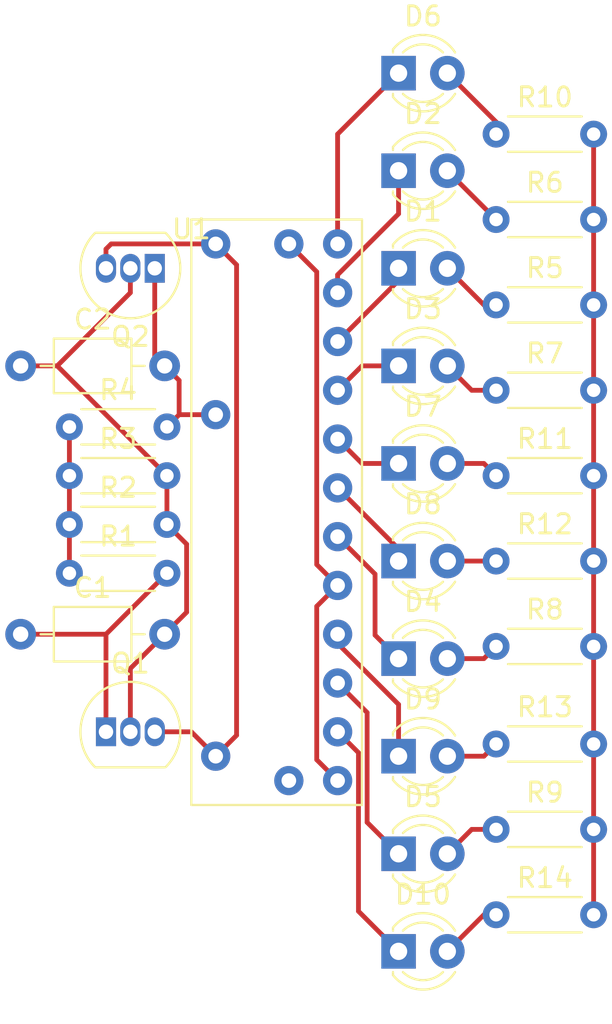
<source format=kicad_pcb>
(kicad_pcb (version 20171130) (host pcbnew "(5.1.10)-1")

  (general
    (thickness 1.6)
    (drawings 0)
    (tracks 88)
    (zones 0)
    (modules 29)
    (nets 28)
  )

  (page A4)
  (layers
    (0 F.Cu signal)
    (31 B.Cu signal)
    (32 B.Adhes user)
    (33 F.Adhes user)
    (34 B.Paste user)
    (35 F.Paste user)
    (36 B.SilkS user)
    (37 F.SilkS user)
    (38 B.Mask user)
    (39 F.Mask user)
    (40 Dwgs.User user)
    (41 Cmts.User user)
    (42 Eco1.User user)
    (43 Eco2.User user)
    (44 Edge.Cuts user)
    (45 Margin user)
    (46 B.CrtYd user)
    (47 F.CrtYd user)
    (48 B.Fab user)
    (49 F.Fab user)
  )

  (setup
    (last_trace_width 0.25)
    (trace_clearance 0.2)
    (zone_clearance 0.508)
    (zone_45_only no)
    (trace_min 0.2)
    (via_size 0.8)
    (via_drill 0.4)
    (via_min_size 0.4)
    (via_min_drill 0.3)
    (uvia_size 0.3)
    (uvia_drill 0.1)
    (uvias_allowed no)
    (uvia_min_size 0.2)
    (uvia_min_drill 0.1)
    (edge_width 0.05)
    (segment_width 0.2)
    (pcb_text_width 0.3)
    (pcb_text_size 1.5 1.5)
    (mod_edge_width 0.12)
    (mod_text_size 1 1)
    (mod_text_width 0.15)
    (pad_size 1.524 1.524)
    (pad_drill 0.762)
    (pad_to_mask_clearance 0)
    (aux_axis_origin 0 0)
    (visible_elements 7FFFFFFF)
    (pcbplotparams
      (layerselection 0x010fc_ffffffff)
      (usegerberextensions false)
      (usegerberattributes true)
      (usegerberadvancedattributes true)
      (creategerberjobfile true)
      (excludeedgelayer true)
      (linewidth 0.100000)
      (plotframeref false)
      (viasonmask false)
      (mode 1)
      (useauxorigin false)
      (hpglpennumber 1)
      (hpglpenspeed 20)
      (hpglpendiameter 15.000000)
      (psnegative false)
      (psa4output false)
      (plotreference true)
      (plotvalue true)
      (plotinvisibletext false)
      (padsonsilk false)
      (subtractmaskfromsilk false)
      (outputformat 1)
      (mirror false)
      (drillshape 1)
      (scaleselection 1)
      (outputdirectory ""))
  )

  (net 0 "")
  (net 1 "Net-(C1-Pad1)")
  (net 2 "Net-(C1-Pad2)")
  (net 3 "Net-(C2-Pad2)")
  (net 4 "Net-(D1-Pad1)")
  (net 5 "Net-(D1-Pad2)")
  (net 6 "Net-(D2-Pad2)")
  (net 7 "Net-(D2-Pad1)")
  (net 8 "Net-(D3-Pad1)")
  (net 9 "Net-(D3-Pad2)")
  (net 10 "Net-(D4-Pad2)")
  (net 11 "Net-(D4-Pad1)")
  (net 12 "Net-(D5-Pad1)")
  (net 13 "Net-(D5-Pad2)")
  (net 14 "Net-(D6-Pad2)")
  (net 15 "Net-(D6-Pad1)")
  (net 16 "Net-(D7-Pad1)")
  (net 17 "Net-(D7-Pad2)")
  (net 18 "Net-(D8-Pad2)")
  (net 19 "Net-(D8-Pad1)")
  (net 20 "Net-(D9-Pad1)")
  (net 21 "Net-(D9-Pad2)")
  (net 22 "Net-(D10-Pad2)")
  (net 23 "Net-(D10-Pad1)")
  (net 24 "Net-(Q1-Pad3)")
  (net 25 "Net-(R1-Pad1)")
  (net 26 "Net-(R10-Pad2)")
  (net 27 LINE)

  (net_class Default "This is the default net class."
    (clearance 0.2)
    (trace_width 0.25)
    (via_dia 0.8)
    (via_drill 0.4)
    (uvia_dia 0.3)
    (uvia_drill 0.1)
    (add_net LINE)
    (add_net "Net-(C1-Pad1)")
    (add_net "Net-(C1-Pad2)")
    (add_net "Net-(C2-Pad2)")
    (add_net "Net-(D1-Pad1)")
    (add_net "Net-(D1-Pad2)")
    (add_net "Net-(D10-Pad1)")
    (add_net "Net-(D10-Pad2)")
    (add_net "Net-(D2-Pad1)")
    (add_net "Net-(D2-Pad2)")
    (add_net "Net-(D3-Pad1)")
    (add_net "Net-(D3-Pad2)")
    (add_net "Net-(D4-Pad1)")
    (add_net "Net-(D4-Pad2)")
    (add_net "Net-(D5-Pad1)")
    (add_net "Net-(D5-Pad2)")
    (add_net "Net-(D6-Pad1)")
    (add_net "Net-(D6-Pad2)")
    (add_net "Net-(D7-Pad1)")
    (add_net "Net-(D7-Pad2)")
    (add_net "Net-(D8-Pad1)")
    (add_net "Net-(D8-Pad2)")
    (add_net "Net-(D9-Pad1)")
    (add_net "Net-(D9-Pad2)")
    (add_net "Net-(Q1-Pad3)")
    (add_net "Net-(R1-Pad1)")
    (add_net "Net-(R10-Pad2)")
  )

  (module 10led:4017 (layer F.Cu) (tedit 613F6759) (tstamp 614008B1)
    (at 346.075 -537.21)
    (path /613A39E1)
    (fp_text reference U1 (at 0 0.5) (layer F.SilkS)
      (effects (font (size 1 1) (thickness 0.15)))
    )
    (fp_text value 4017 (at 0 -0.5) (layer F.Fab)
      (effects (font (size 1 1) (thickness 0.15)))
    )
    (fp_line (start 0 0) (end 8.89 0) (layer F.SilkS) (width 0.12))
    (fp_line (start 8.89 0) (end 8.89 10.16) (layer F.SilkS) (width 0.12))
    (fp_line (start 8.89 10.16) (end 8.89 13.97) (layer F.SilkS) (width 0.12))
    (fp_line (start 0 13.97) (end 0 0) (layer F.SilkS) (width 0.12))
    (fp_line (start 8.89 13.97) (end 8.89 30.48) (layer F.SilkS) (width 0.12))
    (fp_line (start 8.89 30.48) (end 0 30.48) (layer F.SilkS) (width 0.12))
    (fp_line (start 0 30.48) (end 0 13.97) (layer F.SilkS) (width 0.12))
    (pad 1 thru_hole circle (at 7.62 1.27) (size 1.524 1.524) (drill 0.762) (layers *.Cu *.Mask)
      (net 15 "Net-(D6-Pad1)"))
    (pad 2 thru_hole circle (at 7.62 3.81) (size 1.524 1.524) (drill 0.762) (layers *.Cu *.Mask)
      (net 7 "Net-(D2-Pad1)"))
    (pad 3 thru_hole circle (at 7.62 6.35) (size 1.524 1.524) (drill 0.762) (layers *.Cu *.Mask)
      (net 4 "Net-(D1-Pad1)"))
    (pad 4 thru_hole circle (at 7.62 8.89) (size 1.524 1.524) (drill 0.762) (layers *.Cu *.Mask)
      (net 8 "Net-(D3-Pad1)"))
    (pad 5 thru_hole circle (at 7.62 11.43) (size 1.524 1.524) (drill 0.762) (layers *.Cu *.Mask)
      (net 16 "Net-(D7-Pad1)"))
    (pad 6 thru_hole circle (at 7.62 13.97) (size 1.524 1.524) (drill 0.762) (layers *.Cu *.Mask)
      (net 19 "Net-(D8-Pad1)"))
    (pad 7 thru_hole circle (at 7.62 16.51) (size 1.524 1.524) (drill 0.762) (layers *.Cu *.Mask)
      (net 11 "Net-(D4-Pad1)"))
    (pad 8 thru_hole circle (at 7.62 19.05) (size 1.524 1.524) (drill 0.762) (layers *.Cu *.Mask)
      (net 27 LINE))
    (pad 9 thru_hole circle (at 7.62 21.59) (size 1.524 1.524) (drill 0.762) (layers *.Cu *.Mask)
      (net 20 "Net-(D9-Pad1)"))
    (pad 10 thru_hole circle (at 7.62 24.13) (size 1.524 1.524) (drill 0.762) (layers *.Cu *.Mask)
      (net 12 "Net-(D5-Pad1)"))
    (pad 11 thru_hole circle (at 7.62 26.67) (size 1.524 1.524) (drill 0.762) (layers *.Cu *.Mask)
      (net 23 "Net-(D10-Pad1)"))
    (pad 12 thru_hole circle (at 7.62 29.21) (size 1.524 1.524) (drill 0.762) (layers *.Cu *.Mask)
      (net 27 LINE))
    (pad 13 thru_hole circle (at 1.27 1.27) (size 1.524 1.524) (drill 0.762) (layers *.Cu *.Mask)
      (net 24 "Net-(Q1-Pad3)"))
    (pad 14 thru_hole circle (at 1.27 10.16) (size 1.524 1.524) (drill 0.762) (layers *.Cu *.Mask)
      (net 3 "Net-(C2-Pad2)"))
    (pad 15 thru_hole circle (at 1.27 27.94) (size 1.524 1.524) (drill 0.762) (layers *.Cu *.Mask)
      (net 24 "Net-(Q1-Pad3)"))
    (pad 16 thru_hole circle (at 5.08 1.27) (size 1.524 1.524) (drill 0.762) (layers *.Cu *.Mask)
      (net 27 LINE))
    (pad 17 thru_hole circle (at 5.08 29.21) (size 1.524 1.524) (drill 0.762) (layers *.Cu *.Mask))
  )

  (module Capacitor_THT:C_Axial_L3.8mm_D2.6mm_P7.50mm_Horizontal (layer F.Cu) (tedit 5AE50EF0) (tstamp 61400692)
    (at 337.185 -515.62)
    (descr "C, Axial series, Axial, Horizontal, pin pitch=7.5mm, , length*diameter=3.8*2.6mm^2, http://www.vishay.com/docs/45231/arseries.pdf")
    (tags "C Axial series Axial Horizontal pin pitch 7.5mm  length 3.8mm diameter 2.6mm")
    (path /613A27B7)
    (fp_text reference C1 (at 3.75 -2.42) (layer F.SilkS)
      (effects (font (size 1 1) (thickness 0.15)))
    )
    (fp_text value C (at 3.75 2.42) (layer F.Fab)
      (effects (font (size 1 1) (thickness 0.15)))
    )
    (fp_line (start 1.85 -1.3) (end 1.85 1.3) (layer F.Fab) (width 0.1))
    (fp_line (start 1.85 1.3) (end 5.65 1.3) (layer F.Fab) (width 0.1))
    (fp_line (start 5.65 1.3) (end 5.65 -1.3) (layer F.Fab) (width 0.1))
    (fp_line (start 5.65 -1.3) (end 1.85 -1.3) (layer F.Fab) (width 0.1))
    (fp_line (start 0 0) (end 1.85 0) (layer F.Fab) (width 0.1))
    (fp_line (start 7.5 0) (end 5.65 0) (layer F.Fab) (width 0.1))
    (fp_line (start 1.73 -1.42) (end 1.73 1.42) (layer F.SilkS) (width 0.12))
    (fp_line (start 1.73 1.42) (end 5.77 1.42) (layer F.SilkS) (width 0.12))
    (fp_line (start 5.77 1.42) (end 5.77 -1.42) (layer F.SilkS) (width 0.12))
    (fp_line (start 5.77 -1.42) (end 1.73 -1.42) (layer F.SilkS) (width 0.12))
    (fp_line (start 1.04 0) (end 1.73 0) (layer F.SilkS) (width 0.12))
    (fp_line (start 6.46 0) (end 5.77 0) (layer F.SilkS) (width 0.12))
    (fp_line (start -1.05 -1.55) (end -1.05 1.55) (layer F.CrtYd) (width 0.05))
    (fp_line (start -1.05 1.55) (end 8.55 1.55) (layer F.CrtYd) (width 0.05))
    (fp_line (start 8.55 1.55) (end 8.55 -1.55) (layer F.CrtYd) (width 0.05))
    (fp_line (start 8.55 -1.55) (end -1.05 -1.55) (layer F.CrtYd) (width 0.05))
    (fp_text user %R (at 3.75 0) (layer F.Fab)
      (effects (font (size 0.76 0.76) (thickness 0.114)))
    )
    (pad 1 thru_hole circle (at 0 0) (size 1.6 1.6) (drill 0.8) (layers *.Cu *.Mask)
      (net 1 "Net-(C1-Pad1)"))
    (pad 2 thru_hole oval (at 7.5 0) (size 1.6 1.6) (drill 0.8) (layers *.Cu *.Mask)
      (net 2 "Net-(C1-Pad2)"))
    (model ${KISYS3DMOD}/Capacitor_THT.3dshapes/C_Axial_L3.8mm_D2.6mm_P7.50mm_Horizontal.wrl
      (at (xyz 0 0 0))
      (scale (xyz 1 1 1))
      (rotate (xyz 0 0 0))
    )
  )

  (module Capacitor_THT:C_Axial_L3.8mm_D2.6mm_P7.50mm_Horizontal (layer F.Cu) (tedit 5AE50EF0) (tstamp 614006A9)
    (at 337.185 -529.59)
    (descr "C, Axial series, Axial, Horizontal, pin pitch=7.5mm, , length*diameter=3.8*2.6mm^2, http://www.vishay.com/docs/45231/arseries.pdf")
    (tags "C Axial series Axial Horizontal pin pitch 7.5mm  length 3.8mm diameter 2.6mm")
    (path /613A7EA6)
    (fp_text reference C2 (at 3.75 -2.42) (layer F.SilkS)
      (effects (font (size 1 1) (thickness 0.15)))
    )
    (fp_text value C (at 3.75 2.42) (layer F.Fab)
      (effects (font (size 1 1) (thickness 0.15)))
    )
    (fp_line (start 8.55 -1.55) (end -1.05 -1.55) (layer F.CrtYd) (width 0.05))
    (fp_line (start 8.55 1.55) (end 8.55 -1.55) (layer F.CrtYd) (width 0.05))
    (fp_line (start -1.05 1.55) (end 8.55 1.55) (layer F.CrtYd) (width 0.05))
    (fp_line (start -1.05 -1.55) (end -1.05 1.55) (layer F.CrtYd) (width 0.05))
    (fp_line (start 6.46 0) (end 5.77 0) (layer F.SilkS) (width 0.12))
    (fp_line (start 1.04 0) (end 1.73 0) (layer F.SilkS) (width 0.12))
    (fp_line (start 5.77 -1.42) (end 1.73 -1.42) (layer F.SilkS) (width 0.12))
    (fp_line (start 5.77 1.42) (end 5.77 -1.42) (layer F.SilkS) (width 0.12))
    (fp_line (start 1.73 1.42) (end 5.77 1.42) (layer F.SilkS) (width 0.12))
    (fp_line (start 1.73 -1.42) (end 1.73 1.42) (layer F.SilkS) (width 0.12))
    (fp_line (start 7.5 0) (end 5.65 0) (layer F.Fab) (width 0.1))
    (fp_line (start 0 0) (end 1.85 0) (layer F.Fab) (width 0.1))
    (fp_line (start 5.65 -1.3) (end 1.85 -1.3) (layer F.Fab) (width 0.1))
    (fp_line (start 5.65 1.3) (end 5.65 -1.3) (layer F.Fab) (width 0.1))
    (fp_line (start 1.85 1.3) (end 5.65 1.3) (layer F.Fab) (width 0.1))
    (fp_line (start 1.85 -1.3) (end 1.85 1.3) (layer F.Fab) (width 0.1))
    (fp_text user %R (at 3.75 0) (layer F.Fab)
      (effects (font (size 0.76 0.76) (thickness 0.114)))
    )
    (pad 2 thru_hole oval (at 7.5 0) (size 1.6 1.6) (drill 0.8) (layers *.Cu *.Mask)
      (net 3 "Net-(C2-Pad2)"))
    (pad 1 thru_hole circle (at 0 0) (size 1.6 1.6) (drill 0.8) (layers *.Cu *.Mask)
      (net 2 "Net-(C1-Pad2)"))
    (model ${KISYS3DMOD}/Capacitor_THT.3dshapes/C_Axial_L3.8mm_D2.6mm_P7.50mm_Horizontal.wrl
      (at (xyz 0 0 0))
      (scale (xyz 1 1 1))
      (rotate (xyz 0 0 0))
    )
  )

  (module LED_THT:LED_D3.0mm (layer F.Cu) (tedit 587A3A7B) (tstamp 614006BC)
    (at 356.87 -534.67)
    (descr "LED, diameter 3.0mm, 2 pins")
    (tags "LED diameter 3.0mm 2 pins")
    (path /613CAE43)
    (fp_text reference D1 (at 1.27 -2.96) (layer F.SilkS)
      (effects (font (size 1 1) (thickness 0.15)))
    )
    (fp_text value LED_Small_ALT (at 1.27 2.96) (layer F.Fab)
      (effects (font (size 1 1) (thickness 0.15)))
    )
    (fp_circle (center 1.27 0) (end 2.77 0) (layer F.Fab) (width 0.1))
    (fp_line (start -0.23 -1.16619) (end -0.23 1.16619) (layer F.Fab) (width 0.1))
    (fp_line (start -0.29 -1.236) (end -0.29 -1.08) (layer F.SilkS) (width 0.12))
    (fp_line (start -0.29 1.08) (end -0.29 1.236) (layer F.SilkS) (width 0.12))
    (fp_line (start -1.15 -2.25) (end -1.15 2.25) (layer F.CrtYd) (width 0.05))
    (fp_line (start -1.15 2.25) (end 3.7 2.25) (layer F.CrtYd) (width 0.05))
    (fp_line (start 3.7 2.25) (end 3.7 -2.25) (layer F.CrtYd) (width 0.05))
    (fp_line (start 3.7 -2.25) (end -1.15 -2.25) (layer F.CrtYd) (width 0.05))
    (fp_arc (start 1.27 0) (end -0.23 -1.16619) (angle 284.3) (layer F.Fab) (width 0.1))
    (fp_arc (start 1.27 0) (end -0.29 -1.235516) (angle 108.8) (layer F.SilkS) (width 0.12))
    (fp_arc (start 1.27 0) (end -0.29 1.235516) (angle -108.8) (layer F.SilkS) (width 0.12))
    (fp_arc (start 1.27 0) (end 0.229039 -1.08) (angle 87.9) (layer F.SilkS) (width 0.12))
    (fp_arc (start 1.27 0) (end 0.229039 1.08) (angle -87.9) (layer F.SilkS) (width 0.12))
    (pad 1 thru_hole rect (at 0 0) (size 1.8 1.8) (drill 0.9) (layers *.Cu *.Mask)
      (net 4 "Net-(D1-Pad1)"))
    (pad 2 thru_hole circle (at 2.54 0) (size 1.8 1.8) (drill 0.9) (layers *.Cu *.Mask)
      (net 5 "Net-(D1-Pad2)"))
    (model ${KISYS3DMOD}/LED_THT.3dshapes/LED_D3.0mm.wrl
      (at (xyz 0 0 0))
      (scale (xyz 1 1 1))
      (rotate (xyz 0 0 0))
    )
  )

  (module LED_THT:LED_D3.0mm (layer F.Cu) (tedit 587A3A7B) (tstamp 614006CF)
    (at 356.87 -539.75)
    (descr "LED, diameter 3.0mm, 2 pins")
    (tags "LED diameter 3.0mm 2 pins")
    (path /613CAE39)
    (fp_text reference D2 (at 1.27 -2.96) (layer F.SilkS)
      (effects (font (size 1 1) (thickness 0.15)))
    )
    (fp_text value LED_Small_ALT (at 1.27 2.96) (layer F.Fab)
      (effects (font (size 1 1) (thickness 0.15)))
    )
    (fp_line (start 3.7 -2.25) (end -1.15 -2.25) (layer F.CrtYd) (width 0.05))
    (fp_line (start 3.7 2.25) (end 3.7 -2.25) (layer F.CrtYd) (width 0.05))
    (fp_line (start -1.15 2.25) (end 3.7 2.25) (layer F.CrtYd) (width 0.05))
    (fp_line (start -1.15 -2.25) (end -1.15 2.25) (layer F.CrtYd) (width 0.05))
    (fp_line (start -0.29 1.08) (end -0.29 1.236) (layer F.SilkS) (width 0.12))
    (fp_line (start -0.29 -1.236) (end -0.29 -1.08) (layer F.SilkS) (width 0.12))
    (fp_line (start -0.23 -1.16619) (end -0.23 1.16619) (layer F.Fab) (width 0.1))
    (fp_circle (center 1.27 0) (end 2.77 0) (layer F.Fab) (width 0.1))
    (fp_arc (start 1.27 0) (end 0.229039 1.08) (angle -87.9) (layer F.SilkS) (width 0.12))
    (fp_arc (start 1.27 0) (end 0.229039 -1.08) (angle 87.9) (layer F.SilkS) (width 0.12))
    (fp_arc (start 1.27 0) (end -0.29 1.235516) (angle -108.8) (layer F.SilkS) (width 0.12))
    (fp_arc (start 1.27 0) (end -0.29 -1.235516) (angle 108.8) (layer F.SilkS) (width 0.12))
    (fp_arc (start 1.27 0) (end -0.23 -1.16619) (angle 284.3) (layer F.Fab) (width 0.1))
    (pad 2 thru_hole circle (at 2.54 0) (size 1.8 1.8) (drill 0.9) (layers *.Cu *.Mask)
      (net 6 "Net-(D2-Pad2)"))
    (pad 1 thru_hole rect (at 0 0) (size 1.8 1.8) (drill 0.9) (layers *.Cu *.Mask)
      (net 7 "Net-(D2-Pad1)"))
    (model ${KISYS3DMOD}/LED_THT.3dshapes/LED_D3.0mm.wrl
      (at (xyz 0 0 0))
      (scale (xyz 1 1 1))
      (rotate (xyz 0 0 0))
    )
  )

  (module LED_THT:LED_D3.0mm (layer F.Cu) (tedit 587A3A7B) (tstamp 614006E2)
    (at 356.87 -529.59)
    (descr "LED, diameter 3.0mm, 2 pins")
    (tags "LED diameter 3.0mm 2 pins")
    (path /613CAE2F)
    (fp_text reference D3 (at 1.27 -2.96) (layer F.SilkS)
      (effects (font (size 1 1) (thickness 0.15)))
    )
    (fp_text value LED_Small_ALT (at 1.27 2.96) (layer F.Fab)
      (effects (font (size 1 1) (thickness 0.15)))
    )
    (fp_circle (center 1.27 0) (end 2.77 0) (layer F.Fab) (width 0.1))
    (fp_line (start -0.23 -1.16619) (end -0.23 1.16619) (layer F.Fab) (width 0.1))
    (fp_line (start -0.29 -1.236) (end -0.29 -1.08) (layer F.SilkS) (width 0.12))
    (fp_line (start -0.29 1.08) (end -0.29 1.236) (layer F.SilkS) (width 0.12))
    (fp_line (start -1.15 -2.25) (end -1.15 2.25) (layer F.CrtYd) (width 0.05))
    (fp_line (start -1.15 2.25) (end 3.7 2.25) (layer F.CrtYd) (width 0.05))
    (fp_line (start 3.7 2.25) (end 3.7 -2.25) (layer F.CrtYd) (width 0.05))
    (fp_line (start 3.7 -2.25) (end -1.15 -2.25) (layer F.CrtYd) (width 0.05))
    (fp_arc (start 1.27 0) (end -0.23 -1.16619) (angle 284.3) (layer F.Fab) (width 0.1))
    (fp_arc (start 1.27 0) (end -0.29 -1.235516) (angle 108.8) (layer F.SilkS) (width 0.12))
    (fp_arc (start 1.27 0) (end -0.29 1.235516) (angle -108.8) (layer F.SilkS) (width 0.12))
    (fp_arc (start 1.27 0) (end 0.229039 -1.08) (angle 87.9) (layer F.SilkS) (width 0.12))
    (fp_arc (start 1.27 0) (end 0.229039 1.08) (angle -87.9) (layer F.SilkS) (width 0.12))
    (pad 1 thru_hole rect (at 0 0) (size 1.8 1.8) (drill 0.9) (layers *.Cu *.Mask)
      (net 8 "Net-(D3-Pad1)"))
    (pad 2 thru_hole circle (at 2.54 0) (size 1.8 1.8) (drill 0.9) (layers *.Cu *.Mask)
      (net 9 "Net-(D3-Pad2)"))
    (model ${KISYS3DMOD}/LED_THT.3dshapes/LED_D3.0mm.wrl
      (at (xyz 0 0 0))
      (scale (xyz 1 1 1))
      (rotate (xyz 0 0 0))
    )
  )

  (module LED_THT:LED_D3.0mm (layer F.Cu) (tedit 587A3A7B) (tstamp 614006F5)
    (at 356.87 -514.35)
    (descr "LED, diameter 3.0mm, 2 pins")
    (tags "LED diameter 3.0mm 2 pins")
    (path /613CACAF)
    (fp_text reference D4 (at 1.27 -2.96) (layer F.SilkS)
      (effects (font (size 1 1) (thickness 0.15)))
    )
    (fp_text value LED_Small_ALT (at 1.27 2.96) (layer F.Fab)
      (effects (font (size 1 1) (thickness 0.15)))
    )
    (fp_line (start 3.7 -2.25) (end -1.15 -2.25) (layer F.CrtYd) (width 0.05))
    (fp_line (start 3.7 2.25) (end 3.7 -2.25) (layer F.CrtYd) (width 0.05))
    (fp_line (start -1.15 2.25) (end 3.7 2.25) (layer F.CrtYd) (width 0.05))
    (fp_line (start -1.15 -2.25) (end -1.15 2.25) (layer F.CrtYd) (width 0.05))
    (fp_line (start -0.29 1.08) (end -0.29 1.236) (layer F.SilkS) (width 0.12))
    (fp_line (start -0.29 -1.236) (end -0.29 -1.08) (layer F.SilkS) (width 0.12))
    (fp_line (start -0.23 -1.16619) (end -0.23 1.16619) (layer F.Fab) (width 0.1))
    (fp_circle (center 1.27 0) (end 2.77 0) (layer F.Fab) (width 0.1))
    (fp_arc (start 1.27 0) (end 0.229039 1.08) (angle -87.9) (layer F.SilkS) (width 0.12))
    (fp_arc (start 1.27 0) (end 0.229039 -1.08) (angle 87.9) (layer F.SilkS) (width 0.12))
    (fp_arc (start 1.27 0) (end -0.29 1.235516) (angle -108.8) (layer F.SilkS) (width 0.12))
    (fp_arc (start 1.27 0) (end -0.29 -1.235516) (angle 108.8) (layer F.SilkS) (width 0.12))
    (fp_arc (start 1.27 0) (end -0.23 -1.16619) (angle 284.3) (layer F.Fab) (width 0.1))
    (pad 2 thru_hole circle (at 2.54 0) (size 1.8 1.8) (drill 0.9) (layers *.Cu *.Mask)
      (net 10 "Net-(D4-Pad2)"))
    (pad 1 thru_hole rect (at 0 0) (size 1.8 1.8) (drill 0.9) (layers *.Cu *.Mask)
      (net 11 "Net-(D4-Pad1)"))
    (model ${KISYS3DMOD}/LED_THT.3dshapes/LED_D3.0mm.wrl
      (at (xyz 0 0 0))
      (scale (xyz 1 1 1))
      (rotate (xyz 0 0 0))
    )
  )

  (module LED_THT:LED_D3.0mm (layer F.Cu) (tedit 587A3A7B) (tstamp 61400708)
    (at 356.87 -504.19)
    (descr "LED, diameter 3.0mm, 2 pins")
    (tags "LED diameter 3.0mm 2 pins")
    (path /613C7A51)
    (fp_text reference D5 (at 1.27 -2.96) (layer F.SilkS)
      (effects (font (size 1 1) (thickness 0.15)))
    )
    (fp_text value LED_Small_ALT (at 1.27 2.96) (layer F.Fab)
      (effects (font (size 1 1) (thickness 0.15)))
    )
    (fp_circle (center 1.27 0) (end 2.77 0) (layer F.Fab) (width 0.1))
    (fp_line (start -0.23 -1.16619) (end -0.23 1.16619) (layer F.Fab) (width 0.1))
    (fp_line (start -0.29 -1.236) (end -0.29 -1.08) (layer F.SilkS) (width 0.12))
    (fp_line (start -0.29 1.08) (end -0.29 1.236) (layer F.SilkS) (width 0.12))
    (fp_line (start -1.15 -2.25) (end -1.15 2.25) (layer F.CrtYd) (width 0.05))
    (fp_line (start -1.15 2.25) (end 3.7 2.25) (layer F.CrtYd) (width 0.05))
    (fp_line (start 3.7 2.25) (end 3.7 -2.25) (layer F.CrtYd) (width 0.05))
    (fp_line (start 3.7 -2.25) (end -1.15 -2.25) (layer F.CrtYd) (width 0.05))
    (fp_arc (start 1.27 0) (end -0.23 -1.16619) (angle 284.3) (layer F.Fab) (width 0.1))
    (fp_arc (start 1.27 0) (end -0.29 -1.235516) (angle 108.8) (layer F.SilkS) (width 0.12))
    (fp_arc (start 1.27 0) (end -0.29 1.235516) (angle -108.8) (layer F.SilkS) (width 0.12))
    (fp_arc (start 1.27 0) (end 0.229039 -1.08) (angle 87.9) (layer F.SilkS) (width 0.12))
    (fp_arc (start 1.27 0) (end 0.229039 1.08) (angle -87.9) (layer F.SilkS) (width 0.12))
    (pad 1 thru_hole rect (at 0 0) (size 1.8 1.8) (drill 0.9) (layers *.Cu *.Mask)
      (net 12 "Net-(D5-Pad1)"))
    (pad 2 thru_hole circle (at 2.54 0) (size 1.8 1.8) (drill 0.9) (layers *.Cu *.Mask)
      (net 13 "Net-(D5-Pad2)"))
    (model ${KISYS3DMOD}/LED_THT.3dshapes/LED_D3.0mm.wrl
      (at (xyz 0 0 0))
      (scale (xyz 1 1 1))
      (rotate (xyz 0 0 0))
    )
  )

  (module LED_THT:LED_D3.0mm (layer F.Cu) (tedit 587A3A7B) (tstamp 6140071B)
    (at 356.87 -544.83)
    (descr "LED, diameter 3.0mm, 2 pins")
    (tags "LED diameter 3.0mm 2 pins")
    (path /613C7A47)
    (fp_text reference D6 (at 1.27 -2.96) (layer F.SilkS)
      (effects (font (size 1 1) (thickness 0.15)))
    )
    (fp_text value LED_Small_ALT (at 1.27 2.96) (layer F.Fab)
      (effects (font (size 1 1) (thickness 0.15)))
    )
    (fp_circle (center 1.27 0) (end 2.77 0) (layer F.Fab) (width 0.1))
    (fp_line (start -0.23 -1.16619) (end -0.23 1.16619) (layer F.Fab) (width 0.1))
    (fp_line (start -0.29 -1.236) (end -0.29 -1.08) (layer F.SilkS) (width 0.12))
    (fp_line (start -0.29 1.08) (end -0.29 1.236) (layer F.SilkS) (width 0.12))
    (fp_line (start -1.15 -2.25) (end -1.15 2.25) (layer F.CrtYd) (width 0.05))
    (fp_line (start -1.15 2.25) (end 3.7 2.25) (layer F.CrtYd) (width 0.05))
    (fp_line (start 3.7 2.25) (end 3.7 -2.25) (layer F.CrtYd) (width 0.05))
    (fp_line (start 3.7 -2.25) (end -1.15 -2.25) (layer F.CrtYd) (width 0.05))
    (fp_arc (start 1.27 0) (end -0.23 -1.16619) (angle 284.3) (layer F.Fab) (width 0.1))
    (fp_arc (start 1.27 0) (end -0.29 -1.235516) (angle 108.8) (layer F.SilkS) (width 0.12))
    (fp_arc (start 1.27 0) (end -0.29 1.235516) (angle -108.8) (layer F.SilkS) (width 0.12))
    (fp_arc (start 1.27 0) (end 0.229039 -1.08) (angle 87.9) (layer F.SilkS) (width 0.12))
    (fp_arc (start 1.27 0) (end 0.229039 1.08) (angle -87.9) (layer F.SilkS) (width 0.12))
    (pad 1 thru_hole rect (at 0 0) (size 1.8 1.8) (drill 0.9) (layers *.Cu *.Mask)
      (net 15 "Net-(D6-Pad1)"))
    (pad 2 thru_hole circle (at 2.54 0) (size 1.8 1.8) (drill 0.9) (layers *.Cu *.Mask)
      (net 14 "Net-(D6-Pad2)"))
    (model ${KISYS3DMOD}/LED_THT.3dshapes/LED_D3.0mm.wrl
      (at (xyz 0 0 0))
      (scale (xyz 1 1 1))
      (rotate (xyz 0 0 0))
    )
  )

  (module LED_THT:LED_D3.0mm (layer F.Cu) (tedit 587A3A7B) (tstamp 6140072E)
    (at 356.87 -524.51)
    (descr "LED, diameter 3.0mm, 2 pins")
    (tags "LED diameter 3.0mm 2 pins")
    (path /613C7909)
    (fp_text reference D7 (at 1.27 -2.96) (layer F.SilkS)
      (effects (font (size 1 1) (thickness 0.15)))
    )
    (fp_text value LED_Small_ALT (at 1.27 2.96) (layer F.Fab)
      (effects (font (size 1 1) (thickness 0.15)))
    )
    (fp_circle (center 1.27 0) (end 2.77 0) (layer F.Fab) (width 0.1))
    (fp_line (start -0.23 -1.16619) (end -0.23 1.16619) (layer F.Fab) (width 0.1))
    (fp_line (start -0.29 -1.236) (end -0.29 -1.08) (layer F.SilkS) (width 0.12))
    (fp_line (start -0.29 1.08) (end -0.29 1.236) (layer F.SilkS) (width 0.12))
    (fp_line (start -1.15 -2.25) (end -1.15 2.25) (layer F.CrtYd) (width 0.05))
    (fp_line (start -1.15 2.25) (end 3.7 2.25) (layer F.CrtYd) (width 0.05))
    (fp_line (start 3.7 2.25) (end 3.7 -2.25) (layer F.CrtYd) (width 0.05))
    (fp_line (start 3.7 -2.25) (end -1.15 -2.25) (layer F.CrtYd) (width 0.05))
    (fp_arc (start 1.27 0) (end -0.23 -1.16619) (angle 284.3) (layer F.Fab) (width 0.1))
    (fp_arc (start 1.27 0) (end -0.29 -1.235516) (angle 108.8) (layer F.SilkS) (width 0.12))
    (fp_arc (start 1.27 0) (end -0.29 1.235516) (angle -108.8) (layer F.SilkS) (width 0.12))
    (fp_arc (start 1.27 0) (end 0.229039 -1.08) (angle 87.9) (layer F.SilkS) (width 0.12))
    (fp_arc (start 1.27 0) (end 0.229039 1.08) (angle -87.9) (layer F.SilkS) (width 0.12))
    (pad 1 thru_hole rect (at 0 0) (size 1.8 1.8) (drill 0.9) (layers *.Cu *.Mask)
      (net 16 "Net-(D7-Pad1)"))
    (pad 2 thru_hole circle (at 2.54 0) (size 1.8 1.8) (drill 0.9) (layers *.Cu *.Mask)
      (net 17 "Net-(D7-Pad2)"))
    (model ${KISYS3DMOD}/LED_THT.3dshapes/LED_D3.0mm.wrl
      (at (xyz 0 0 0))
      (scale (xyz 1 1 1))
      (rotate (xyz 0 0 0))
    )
  )

  (module LED_THT:LED_D3.0mm (layer F.Cu) (tedit 587A3A7B) (tstamp 61400741)
    (at 356.87 -519.43)
    (descr "LED, diameter 3.0mm, 2 pins")
    (tags "LED diameter 3.0mm 2 pins")
    (path /613C5920)
    (fp_text reference D8 (at 1.27 -2.96) (layer F.SilkS)
      (effects (font (size 1 1) (thickness 0.15)))
    )
    (fp_text value LED_Small_ALT (at 1.27 2.96) (layer F.Fab)
      (effects (font (size 1 1) (thickness 0.15)))
    )
    (fp_line (start 3.7 -2.25) (end -1.15 -2.25) (layer F.CrtYd) (width 0.05))
    (fp_line (start 3.7 2.25) (end 3.7 -2.25) (layer F.CrtYd) (width 0.05))
    (fp_line (start -1.15 2.25) (end 3.7 2.25) (layer F.CrtYd) (width 0.05))
    (fp_line (start -1.15 -2.25) (end -1.15 2.25) (layer F.CrtYd) (width 0.05))
    (fp_line (start -0.29 1.08) (end -0.29 1.236) (layer F.SilkS) (width 0.12))
    (fp_line (start -0.29 -1.236) (end -0.29 -1.08) (layer F.SilkS) (width 0.12))
    (fp_line (start -0.23 -1.16619) (end -0.23 1.16619) (layer F.Fab) (width 0.1))
    (fp_circle (center 1.27 0) (end 2.77 0) (layer F.Fab) (width 0.1))
    (fp_arc (start 1.27 0) (end 0.229039 1.08) (angle -87.9) (layer F.SilkS) (width 0.12))
    (fp_arc (start 1.27 0) (end 0.229039 -1.08) (angle 87.9) (layer F.SilkS) (width 0.12))
    (fp_arc (start 1.27 0) (end -0.29 1.235516) (angle -108.8) (layer F.SilkS) (width 0.12))
    (fp_arc (start 1.27 0) (end -0.29 -1.235516) (angle 108.8) (layer F.SilkS) (width 0.12))
    (fp_arc (start 1.27 0) (end -0.23 -1.16619) (angle 284.3) (layer F.Fab) (width 0.1))
    (pad 2 thru_hole circle (at 2.54 0) (size 1.8 1.8) (drill 0.9) (layers *.Cu *.Mask)
      (net 18 "Net-(D8-Pad2)"))
    (pad 1 thru_hole rect (at 0 0) (size 1.8 1.8) (drill 0.9) (layers *.Cu *.Mask)
      (net 19 "Net-(D8-Pad1)"))
    (model ${KISYS3DMOD}/LED_THT.3dshapes/LED_D3.0mm.wrl
      (at (xyz 0 0 0))
      (scale (xyz 1 1 1))
      (rotate (xyz 0 0 0))
    )
  )

  (module LED_THT:LED_D3.0mm (layer F.Cu) (tedit 587A3A7B) (tstamp 61400754)
    (at 356.87 -509.27)
    (descr "LED, diameter 3.0mm, 2 pins")
    (tags "LED diameter 3.0mm 2 pins")
    (path /613C4DAF)
    (fp_text reference D9 (at 1.27 -2.96) (layer F.SilkS)
      (effects (font (size 1 1) (thickness 0.15)))
    )
    (fp_text value LED_Small_ALT (at 1.27 2.96) (layer F.Fab)
      (effects (font (size 1 1) (thickness 0.15)))
    )
    (fp_circle (center 1.27 0) (end 2.77 0) (layer F.Fab) (width 0.1))
    (fp_line (start -0.23 -1.16619) (end -0.23 1.16619) (layer F.Fab) (width 0.1))
    (fp_line (start -0.29 -1.236) (end -0.29 -1.08) (layer F.SilkS) (width 0.12))
    (fp_line (start -0.29 1.08) (end -0.29 1.236) (layer F.SilkS) (width 0.12))
    (fp_line (start -1.15 -2.25) (end -1.15 2.25) (layer F.CrtYd) (width 0.05))
    (fp_line (start -1.15 2.25) (end 3.7 2.25) (layer F.CrtYd) (width 0.05))
    (fp_line (start 3.7 2.25) (end 3.7 -2.25) (layer F.CrtYd) (width 0.05))
    (fp_line (start 3.7 -2.25) (end -1.15 -2.25) (layer F.CrtYd) (width 0.05))
    (fp_arc (start 1.27 0) (end -0.23 -1.16619) (angle 284.3) (layer F.Fab) (width 0.1))
    (fp_arc (start 1.27 0) (end -0.29 -1.235516) (angle 108.8) (layer F.SilkS) (width 0.12))
    (fp_arc (start 1.27 0) (end -0.29 1.235516) (angle -108.8) (layer F.SilkS) (width 0.12))
    (fp_arc (start 1.27 0) (end 0.229039 -1.08) (angle 87.9) (layer F.SilkS) (width 0.12))
    (fp_arc (start 1.27 0) (end 0.229039 1.08) (angle -87.9) (layer F.SilkS) (width 0.12))
    (pad 1 thru_hole rect (at 0 0) (size 1.8 1.8) (drill 0.9) (layers *.Cu *.Mask)
      (net 20 "Net-(D9-Pad1)"))
    (pad 2 thru_hole circle (at 2.54 0) (size 1.8 1.8) (drill 0.9) (layers *.Cu *.Mask)
      (net 21 "Net-(D9-Pad2)"))
    (model ${KISYS3DMOD}/LED_THT.3dshapes/LED_D3.0mm.wrl
      (at (xyz 0 0 0))
      (scale (xyz 1 1 1))
      (rotate (xyz 0 0 0))
    )
  )

  (module LED_THT:LED_D3.0mm (layer F.Cu) (tedit 587A3A7B) (tstamp 61400767)
    (at 356.87 -499.11)
    (descr "LED, diameter 3.0mm, 2 pins")
    (tags "LED diameter 3.0mm 2 pins")
    (path /613C141F)
    (fp_text reference D10 (at 1.27 -2.96) (layer F.SilkS)
      (effects (font (size 1 1) (thickness 0.15)))
    )
    (fp_text value LED_Small_ALT (at 1.27 2.96) (layer F.Fab)
      (effects (font (size 1 1) (thickness 0.15)))
    )
    (fp_line (start 3.7 -2.25) (end -1.15 -2.25) (layer F.CrtYd) (width 0.05))
    (fp_line (start 3.7 2.25) (end 3.7 -2.25) (layer F.CrtYd) (width 0.05))
    (fp_line (start -1.15 2.25) (end 3.7 2.25) (layer F.CrtYd) (width 0.05))
    (fp_line (start -1.15 -2.25) (end -1.15 2.25) (layer F.CrtYd) (width 0.05))
    (fp_line (start -0.29 1.08) (end -0.29 1.236) (layer F.SilkS) (width 0.12))
    (fp_line (start -0.29 -1.236) (end -0.29 -1.08) (layer F.SilkS) (width 0.12))
    (fp_line (start -0.23 -1.16619) (end -0.23 1.16619) (layer F.Fab) (width 0.1))
    (fp_circle (center 1.27 0) (end 2.77 0) (layer F.Fab) (width 0.1))
    (fp_arc (start 1.27 0) (end 0.229039 1.08) (angle -87.9) (layer F.SilkS) (width 0.12))
    (fp_arc (start 1.27 0) (end 0.229039 -1.08) (angle 87.9) (layer F.SilkS) (width 0.12))
    (fp_arc (start 1.27 0) (end -0.29 1.235516) (angle -108.8) (layer F.SilkS) (width 0.12))
    (fp_arc (start 1.27 0) (end -0.29 -1.235516) (angle 108.8) (layer F.SilkS) (width 0.12))
    (fp_arc (start 1.27 0) (end -0.23 -1.16619) (angle 284.3) (layer F.Fab) (width 0.1))
    (pad 2 thru_hole circle (at 2.54 0) (size 1.8 1.8) (drill 0.9) (layers *.Cu *.Mask)
      (net 22 "Net-(D10-Pad2)"))
    (pad 1 thru_hole rect (at 0 0) (size 1.8 1.8) (drill 0.9) (layers *.Cu *.Mask)
      (net 23 "Net-(D10-Pad1)"))
    (model ${KISYS3DMOD}/LED_THT.3dshapes/LED_D3.0mm.wrl
      (at (xyz 0 0 0))
      (scale (xyz 1 1 1))
      (rotate (xyz 0 0 0))
    )
  )

  (module Package_TO_SOT_THT:TO-92_Inline (layer F.Cu) (tedit 5A1DD157) (tstamp 61400779)
    (at 341.63 -510.54)
    (descr "TO-92 leads in-line, narrow, oval pads, drill 0.75mm (see NXP sot054_po.pdf)")
    (tags "to-92 sc-43 sc-43a sot54 PA33 transistor")
    (path /61407080)
    (fp_text reference Q1 (at 1.27 -3.56) (layer F.SilkS)
      (effects (font (size 1 1) (thickness 0.15)))
    )
    (fp_text value BC237 (at 1.27 2.79) (layer F.Fab)
      (effects (font (size 1 1) (thickness 0.15)))
    )
    (fp_line (start -0.53 1.85) (end 3.07 1.85) (layer F.SilkS) (width 0.12))
    (fp_line (start -0.5 1.75) (end 3 1.75) (layer F.Fab) (width 0.1))
    (fp_line (start -1.46 -2.73) (end 4 -2.73) (layer F.CrtYd) (width 0.05))
    (fp_line (start -1.46 -2.73) (end -1.46 2.01) (layer F.CrtYd) (width 0.05))
    (fp_line (start 4 2.01) (end 4 -2.73) (layer F.CrtYd) (width 0.05))
    (fp_line (start 4 2.01) (end -1.46 2.01) (layer F.CrtYd) (width 0.05))
    (fp_text user %R (at 1.27 0) (layer F.Fab)
      (effects (font (size 1 1) (thickness 0.15)))
    )
    (fp_arc (start 1.27 0) (end 1.27 -2.48) (angle 135) (layer F.Fab) (width 0.1))
    (fp_arc (start 1.27 0) (end 1.27 -2.6) (angle -135) (layer F.SilkS) (width 0.12))
    (fp_arc (start 1.27 0) (end 1.27 -2.48) (angle -135) (layer F.Fab) (width 0.1))
    (fp_arc (start 1.27 0) (end 1.27 -2.6) (angle 135) (layer F.SilkS) (width 0.12))
    (pad 2 thru_hole oval (at 1.27 0) (size 1.05 1.5) (drill 0.75) (layers *.Cu *.Mask)
      (net 2 "Net-(C1-Pad2)"))
    (pad 3 thru_hole oval (at 2.54 0) (size 1.05 1.5) (drill 0.75) (layers *.Cu *.Mask)
      (net 24 "Net-(Q1-Pad3)"))
    (pad 1 thru_hole rect (at 0 0) (size 1.05 1.5) (drill 0.75) (layers *.Cu *.Mask)
      (net 1 "Net-(C1-Pad1)"))
    (model ${KISYS3DMOD}/Package_TO_SOT_THT.3dshapes/TO-92_Inline.wrl
      (at (xyz 0 0 0))
      (scale (xyz 1 1 1))
      (rotate (xyz 0 0 0))
    )
  )

  (module Package_TO_SOT_THT:TO-92_Inline (layer F.Cu) (tedit 5A1DD157) (tstamp 6140078B)
    (at 344.17 -534.67 180)
    (descr "TO-92 leads in-line, narrow, oval pads, drill 0.75mm (see NXP sot054_po.pdf)")
    (tags "to-92 sc-43 sc-43a sot54 PA33 transistor")
    (path /613A3331)
    (fp_text reference Q2 (at 1.27 -3.56) (layer F.SilkS)
      (effects (font (size 1 1) (thickness 0.15)))
    )
    (fp_text value BC237 (at 1.27 2.79) (layer F.Fab)
      (effects (font (size 1 1) (thickness 0.15)))
    )
    (fp_line (start 4 2.01) (end -1.46 2.01) (layer F.CrtYd) (width 0.05))
    (fp_line (start 4 2.01) (end 4 -2.73) (layer F.CrtYd) (width 0.05))
    (fp_line (start -1.46 -2.73) (end -1.46 2.01) (layer F.CrtYd) (width 0.05))
    (fp_line (start -1.46 -2.73) (end 4 -2.73) (layer F.CrtYd) (width 0.05))
    (fp_line (start -0.5 1.75) (end 3 1.75) (layer F.Fab) (width 0.1))
    (fp_line (start -0.53 1.85) (end 3.07 1.85) (layer F.SilkS) (width 0.12))
    (fp_arc (start 1.27 0) (end 1.27 -2.6) (angle 135) (layer F.SilkS) (width 0.12))
    (fp_arc (start 1.27 0) (end 1.27 -2.48) (angle -135) (layer F.Fab) (width 0.1))
    (fp_arc (start 1.27 0) (end 1.27 -2.6) (angle -135) (layer F.SilkS) (width 0.12))
    (fp_arc (start 1.27 0) (end 1.27 -2.48) (angle 135) (layer F.Fab) (width 0.1))
    (fp_text user %R (at 1.27 0) (layer F.Fab)
      (effects (font (size 1 1) (thickness 0.15)))
    )
    (pad 1 thru_hole rect (at 0 0 180) (size 1.05 1.5) (drill 0.75) (layers *.Cu *.Mask)
      (net 3 "Net-(C2-Pad2)"))
    (pad 3 thru_hole oval (at 2.54 0 180) (size 1.05 1.5) (drill 0.75) (layers *.Cu *.Mask)
      (net 24 "Net-(Q1-Pad3)"))
    (pad 2 thru_hole oval (at 1.27 0 180) (size 1.05 1.5) (drill 0.75) (layers *.Cu *.Mask)
      (net 2 "Net-(C1-Pad2)"))
    (model ${KISYS3DMOD}/Package_TO_SOT_THT.3dshapes/TO-92_Inline.wrl
      (at (xyz 0 0 0))
      (scale (xyz 1 1 1))
      (rotate (xyz 0 0 0))
    )
  )

  (module Resistor_THT:R_Axial_DIN0204_L3.6mm_D1.6mm_P5.08mm_Horizontal (layer F.Cu) (tedit 5AE5139B) (tstamp 6140079E)
    (at 339.725 -518.795)
    (descr "Resistor, Axial_DIN0204 series, Axial, Horizontal, pin pitch=5.08mm, 0.167W, length*diameter=3.6*1.6mm^2, http://cdn-reichelt.de/documents/datenblatt/B400/1_4W%23YAG.pdf")
    (tags "Resistor Axial_DIN0204 series Axial Horizontal pin pitch 5.08mm 0.167W length 3.6mm diameter 1.6mm")
    (path /613A1C91)
    (fp_text reference R1 (at 2.54 -1.92) (layer F.SilkS)
      (effects (font (size 1 1) (thickness 0.15)))
    )
    (fp_text value R (at 2.54 1.92) (layer F.Fab)
      (effects (font (size 1 1) (thickness 0.15)))
    )
    (fp_line (start 6.03 -1.05) (end -0.95 -1.05) (layer F.CrtYd) (width 0.05))
    (fp_line (start 6.03 1.05) (end 6.03 -1.05) (layer F.CrtYd) (width 0.05))
    (fp_line (start -0.95 1.05) (end 6.03 1.05) (layer F.CrtYd) (width 0.05))
    (fp_line (start -0.95 -1.05) (end -0.95 1.05) (layer F.CrtYd) (width 0.05))
    (fp_line (start 0.62 0.92) (end 4.46 0.92) (layer F.SilkS) (width 0.12))
    (fp_line (start 0.62 -0.92) (end 4.46 -0.92) (layer F.SilkS) (width 0.12))
    (fp_line (start 5.08 0) (end 4.34 0) (layer F.Fab) (width 0.1))
    (fp_line (start 0 0) (end 0.74 0) (layer F.Fab) (width 0.1))
    (fp_line (start 4.34 -0.8) (end 0.74 -0.8) (layer F.Fab) (width 0.1))
    (fp_line (start 4.34 0.8) (end 4.34 -0.8) (layer F.Fab) (width 0.1))
    (fp_line (start 0.74 0.8) (end 4.34 0.8) (layer F.Fab) (width 0.1))
    (fp_line (start 0.74 -0.8) (end 0.74 0.8) (layer F.Fab) (width 0.1))
    (fp_text user %R (at 2.54 0.489999) (layer F.Fab)
      (effects (font (size 0.72 0.72) (thickness 0.108)))
    )
    (pad 2 thru_hole oval (at 5.08 0) (size 1.4 1.4) (drill 0.7) (layers *.Cu *.Mask)
      (net 1 "Net-(C1-Pad1)"))
    (pad 1 thru_hole circle (at 0 0) (size 1.4 1.4) (drill 0.7) (layers *.Cu *.Mask)
      (net 25 "Net-(R1-Pad1)"))
    (model ${KISYS3DMOD}/Resistor_THT.3dshapes/R_Axial_DIN0204_L3.6mm_D1.6mm_P5.08mm_Horizontal.wrl
      (at (xyz 0 0 0))
      (scale (xyz 1 1 1))
      (rotate (xyz 0 0 0))
    )
  )

  (module Resistor_THT:R_Axial_DIN0204_L3.6mm_D1.6mm_P5.08mm_Horizontal (layer F.Cu) (tedit 5AE5139B) (tstamp 614007B1)
    (at 339.725 -521.335)
    (descr "Resistor, Axial_DIN0204 series, Axial, Horizontal, pin pitch=5.08mm, 0.167W, length*diameter=3.6*1.6mm^2, http://cdn-reichelt.de/documents/datenblatt/B400/1_4W%23YAG.pdf")
    (tags "Resistor Axial_DIN0204 series Axial Horizontal pin pitch 5.08mm 0.167W length 3.6mm diameter 1.6mm")
    (path /613A593D)
    (fp_text reference R2 (at 2.54 -1.92) (layer F.SilkS)
      (effects (font (size 1 1) (thickness 0.15)))
    )
    (fp_text value R (at 2.54 1.92) (layer F.Fab)
      (effects (font (size 1 1) (thickness 0.15)))
    )
    (fp_line (start 0.74 -0.8) (end 0.74 0.8) (layer F.Fab) (width 0.1))
    (fp_line (start 0.74 0.8) (end 4.34 0.8) (layer F.Fab) (width 0.1))
    (fp_line (start 4.34 0.8) (end 4.34 -0.8) (layer F.Fab) (width 0.1))
    (fp_line (start 4.34 -0.8) (end 0.74 -0.8) (layer F.Fab) (width 0.1))
    (fp_line (start 0 0) (end 0.74 0) (layer F.Fab) (width 0.1))
    (fp_line (start 5.08 0) (end 4.34 0) (layer F.Fab) (width 0.1))
    (fp_line (start 0.62 -0.92) (end 4.46 -0.92) (layer F.SilkS) (width 0.12))
    (fp_line (start 0.62 0.92) (end 4.46 0.92) (layer F.SilkS) (width 0.12))
    (fp_line (start -0.95 -1.05) (end -0.95 1.05) (layer F.CrtYd) (width 0.05))
    (fp_line (start -0.95 1.05) (end 6.03 1.05) (layer F.CrtYd) (width 0.05))
    (fp_line (start 6.03 1.05) (end 6.03 -1.05) (layer F.CrtYd) (width 0.05))
    (fp_line (start 6.03 -1.05) (end -0.95 -1.05) (layer F.CrtYd) (width 0.05))
    (fp_text user %R (at 2.54 0) (layer F.Fab)
      (effects (font (size 0.72 0.72) (thickness 0.108)))
    )
    (pad 1 thru_hole circle (at 0 0) (size 1.4 1.4) (drill 0.7) (layers *.Cu *.Mask)
      (net 25 "Net-(R1-Pad1)"))
    (pad 2 thru_hole oval (at 5.08 0) (size 1.4 1.4) (drill 0.7) (layers *.Cu *.Mask)
      (net 2 "Net-(C1-Pad2)"))
    (model ${KISYS3DMOD}/Resistor_THT.3dshapes/R_Axial_DIN0204_L3.6mm_D1.6mm_P5.08mm_Horizontal.wrl
      (at (xyz 0 0 0))
      (scale (xyz 1 1 1))
      (rotate (xyz 0 0 0))
    )
  )

  (module Resistor_THT:R_Axial_DIN0204_L3.6mm_D1.6mm_P5.08mm_Horizontal (layer F.Cu) (tedit 5AE5139B) (tstamp 614007C4)
    (at 339.725 -523.875)
    (descr "Resistor, Axial_DIN0204 series, Axial, Horizontal, pin pitch=5.08mm, 0.167W, length*diameter=3.6*1.6mm^2, http://cdn-reichelt.de/documents/datenblatt/B400/1_4W%23YAG.pdf")
    (tags "Resistor Axial_DIN0204 series Axial Horizontal pin pitch 5.08mm 0.167W length 3.6mm diameter 1.6mm")
    (path /613A610B)
    (fp_text reference R3 (at 2.54 -1.92) (layer F.SilkS)
      (effects (font (size 1 1) (thickness 0.15)))
    )
    (fp_text value R (at 2.54 1.92) (layer F.Fab)
      (effects (font (size 1 1) (thickness 0.15)))
    )
    (fp_line (start 6.03 -1.05) (end -0.95 -1.05) (layer F.CrtYd) (width 0.05))
    (fp_line (start 6.03 1.05) (end 6.03 -1.05) (layer F.CrtYd) (width 0.05))
    (fp_line (start -0.95 1.05) (end 6.03 1.05) (layer F.CrtYd) (width 0.05))
    (fp_line (start -0.95 -1.05) (end -0.95 1.05) (layer F.CrtYd) (width 0.05))
    (fp_line (start 0.62 0.92) (end 4.46 0.92) (layer F.SilkS) (width 0.12))
    (fp_line (start 0.62 -0.92) (end 4.46 -0.92) (layer F.SilkS) (width 0.12))
    (fp_line (start 5.08 0) (end 4.34 0) (layer F.Fab) (width 0.1))
    (fp_line (start 0 0) (end 0.74 0) (layer F.Fab) (width 0.1))
    (fp_line (start 4.34 -0.8) (end 0.74 -0.8) (layer F.Fab) (width 0.1))
    (fp_line (start 4.34 0.8) (end 4.34 -0.8) (layer F.Fab) (width 0.1))
    (fp_line (start 0.74 0.8) (end 4.34 0.8) (layer F.Fab) (width 0.1))
    (fp_line (start 0.74 -0.8) (end 0.74 0.8) (layer F.Fab) (width 0.1))
    (fp_text user %R (at 2.54 0) (layer F.Fab)
      (effects (font (size 0.72 0.72) (thickness 0.108)))
    )
    (pad 2 thru_hole oval (at 5.08 0) (size 1.4 1.4) (drill 0.7) (layers *.Cu *.Mask)
      (net 2 "Net-(C1-Pad2)"))
    (pad 1 thru_hole circle (at 0 0) (size 1.4 1.4) (drill 0.7) (layers *.Cu *.Mask)
      (net 25 "Net-(R1-Pad1)"))
    (model ${KISYS3DMOD}/Resistor_THT.3dshapes/R_Axial_DIN0204_L3.6mm_D1.6mm_P5.08mm_Horizontal.wrl
      (at (xyz 0 0 0))
      (scale (xyz 1 1 1))
      (rotate (xyz 0 0 0))
    )
  )

  (module Resistor_THT:R_Axial_DIN0204_L3.6mm_D1.6mm_P5.08mm_Horizontal (layer F.Cu) (tedit 5AE5139B) (tstamp 614007D7)
    (at 339.725 -526.415)
    (descr "Resistor, Axial_DIN0204 series, Axial, Horizontal, pin pitch=5.08mm, 0.167W, length*diameter=3.6*1.6mm^2, http://cdn-reichelt.de/documents/datenblatt/B400/1_4W%23YAG.pdf")
    (tags "Resistor Axial_DIN0204 series Axial Horizontal pin pitch 5.08mm 0.167W length 3.6mm diameter 1.6mm")
    (path /613A61E3)
    (fp_text reference R4 (at 2.54 -1.92) (layer F.SilkS)
      (effects (font (size 1 1) (thickness 0.15)))
    )
    (fp_text value R (at 2.54 1.92) (layer F.Fab)
      (effects (font (size 1 1) (thickness 0.15)))
    )
    (fp_line (start 0.74 -0.8) (end 0.74 0.8) (layer F.Fab) (width 0.1))
    (fp_line (start 0.74 0.8) (end 4.34 0.8) (layer F.Fab) (width 0.1))
    (fp_line (start 4.34 0.8) (end 4.34 -0.8) (layer F.Fab) (width 0.1))
    (fp_line (start 4.34 -0.8) (end 0.74 -0.8) (layer F.Fab) (width 0.1))
    (fp_line (start 0 0) (end 0.74 0) (layer F.Fab) (width 0.1))
    (fp_line (start 5.08 0) (end 4.34 0) (layer F.Fab) (width 0.1))
    (fp_line (start 0.62 -0.92) (end 4.46 -0.92) (layer F.SilkS) (width 0.12))
    (fp_line (start 0.62 0.92) (end 4.46 0.92) (layer F.SilkS) (width 0.12))
    (fp_line (start -0.95 -1.05) (end -0.95 1.05) (layer F.CrtYd) (width 0.05))
    (fp_line (start -0.95 1.05) (end 6.03 1.05) (layer F.CrtYd) (width 0.05))
    (fp_line (start 6.03 1.05) (end 6.03 -1.05) (layer F.CrtYd) (width 0.05))
    (fp_line (start 6.03 -1.05) (end -0.95 -1.05) (layer F.CrtYd) (width 0.05))
    (fp_text user %R (at 2.54 0) (layer F.Fab)
      (effects (font (size 0.72 0.72) (thickness 0.108)))
    )
    (pad 1 thru_hole circle (at 0 0) (size 1.4 1.4) (drill 0.7) (layers *.Cu *.Mask)
      (net 25 "Net-(R1-Pad1)"))
    (pad 2 thru_hole oval (at 5.08 0) (size 1.4 1.4) (drill 0.7) (layers *.Cu *.Mask)
      (net 3 "Net-(C2-Pad2)"))
    (model ${KISYS3DMOD}/Resistor_THT.3dshapes/R_Axial_DIN0204_L3.6mm_D1.6mm_P5.08mm_Horizontal.wrl
      (at (xyz 0 0 0))
      (scale (xyz 1 1 1))
      (rotate (xyz 0 0 0))
    )
  )

  (module Resistor_THT:R_Axial_DIN0204_L3.6mm_D1.6mm_P5.08mm_Horizontal (layer F.Cu) (tedit 5AE5139B) (tstamp 614007EA)
    (at 361.95 -532.765)
    (descr "Resistor, Axial_DIN0204 series, Axial, Horizontal, pin pitch=5.08mm, 0.167W, length*diameter=3.6*1.6mm^2, http://cdn-reichelt.de/documents/datenblatt/B400/1_4W%23YAG.pdf")
    (tags "Resistor Axial_DIN0204 series Axial Horizontal pin pitch 5.08mm 0.167W length 3.6mm diameter 1.6mm")
    (path /613D1A31)
    (fp_text reference R5 (at 2.54 -1.92) (layer F.SilkS)
      (effects (font (size 1 1) (thickness 0.15)))
    )
    (fp_text value R_Small (at 2.54 1.92) (layer F.Fab)
      (effects (font (size 1 1) (thickness 0.15)))
    )
    (fp_line (start 6.03 -1.05) (end -0.95 -1.05) (layer F.CrtYd) (width 0.05))
    (fp_line (start 6.03 1.05) (end 6.03 -1.05) (layer F.CrtYd) (width 0.05))
    (fp_line (start -0.95 1.05) (end 6.03 1.05) (layer F.CrtYd) (width 0.05))
    (fp_line (start -0.95 -1.05) (end -0.95 1.05) (layer F.CrtYd) (width 0.05))
    (fp_line (start 0.62 0.92) (end 4.46 0.92) (layer F.SilkS) (width 0.12))
    (fp_line (start 0.62 -0.92) (end 4.46 -0.92) (layer F.SilkS) (width 0.12))
    (fp_line (start 5.08 0) (end 4.34 0) (layer F.Fab) (width 0.1))
    (fp_line (start 0 0) (end 0.74 0) (layer F.Fab) (width 0.1))
    (fp_line (start 4.34 -0.8) (end 0.74 -0.8) (layer F.Fab) (width 0.1))
    (fp_line (start 4.34 0.8) (end 4.34 -0.8) (layer F.Fab) (width 0.1))
    (fp_line (start 0.74 0.8) (end 4.34 0.8) (layer F.Fab) (width 0.1))
    (fp_line (start 0.74 -0.8) (end 0.74 0.8) (layer F.Fab) (width 0.1))
    (fp_text user %R (at 2.54 0) (layer F.Fab)
      (effects (font (size 0.72 0.72) (thickness 0.108)))
    )
    (pad 2 thru_hole oval (at 5.08 0) (size 1.4 1.4) (drill 0.7) (layers *.Cu *.Mask)
      (net 26 "Net-(R10-Pad2)"))
    (pad 1 thru_hole circle (at 0 0) (size 1.4 1.4) (drill 0.7) (layers *.Cu *.Mask)
      (net 5 "Net-(D1-Pad2)"))
    (model ${KISYS3DMOD}/Resistor_THT.3dshapes/R_Axial_DIN0204_L3.6mm_D1.6mm_P5.08mm_Horizontal.wrl
      (at (xyz 0 0 0))
      (scale (xyz 1 1 1))
      (rotate (xyz 0 0 0))
    )
  )

  (module Resistor_THT:R_Axial_DIN0204_L3.6mm_D1.6mm_P5.08mm_Horizontal (layer F.Cu) (tedit 5AE5139B) (tstamp 614007FD)
    (at 361.95 -537.21)
    (descr "Resistor, Axial_DIN0204 series, Axial, Horizontal, pin pitch=5.08mm, 0.167W, length*diameter=3.6*1.6mm^2, http://cdn-reichelt.de/documents/datenblatt/B400/1_4W%23YAG.pdf")
    (tags "Resistor Axial_DIN0204 series Axial Horizontal pin pitch 5.08mm 0.167W length 3.6mm diameter 1.6mm")
    (path /613D17F1)
    (fp_text reference R6 (at 2.54 -1.92) (layer F.SilkS)
      (effects (font (size 1 1) (thickness 0.15)))
    )
    (fp_text value R_Small (at 2.54 1.92) (layer F.Fab)
      (effects (font (size 1 1) (thickness 0.15)))
    )
    (fp_line (start 0.74 -0.8) (end 0.74 0.8) (layer F.Fab) (width 0.1))
    (fp_line (start 0.74 0.8) (end 4.34 0.8) (layer F.Fab) (width 0.1))
    (fp_line (start 4.34 0.8) (end 4.34 -0.8) (layer F.Fab) (width 0.1))
    (fp_line (start 4.34 -0.8) (end 0.74 -0.8) (layer F.Fab) (width 0.1))
    (fp_line (start 0 0) (end 0.74 0) (layer F.Fab) (width 0.1))
    (fp_line (start 5.08 0) (end 4.34 0) (layer F.Fab) (width 0.1))
    (fp_line (start 0.62 -0.92) (end 4.46 -0.92) (layer F.SilkS) (width 0.12))
    (fp_line (start 0.62 0.92) (end 4.46 0.92) (layer F.SilkS) (width 0.12))
    (fp_line (start -0.95 -1.05) (end -0.95 1.05) (layer F.CrtYd) (width 0.05))
    (fp_line (start -0.95 1.05) (end 6.03 1.05) (layer F.CrtYd) (width 0.05))
    (fp_line (start 6.03 1.05) (end 6.03 -1.05) (layer F.CrtYd) (width 0.05))
    (fp_line (start 6.03 -1.05) (end -0.95 -1.05) (layer F.CrtYd) (width 0.05))
    (fp_text user %R (at 2.54 0) (layer F.Fab)
      (effects (font (size 0.72 0.72) (thickness 0.108)))
    )
    (pad 1 thru_hole circle (at 0 0) (size 1.4 1.4) (drill 0.7) (layers *.Cu *.Mask)
      (net 6 "Net-(D2-Pad2)"))
    (pad 2 thru_hole oval (at 5.08 0) (size 1.4 1.4) (drill 0.7) (layers *.Cu *.Mask)
      (net 26 "Net-(R10-Pad2)"))
    (model ${KISYS3DMOD}/Resistor_THT.3dshapes/R_Axial_DIN0204_L3.6mm_D1.6mm_P5.08mm_Horizontal.wrl
      (at (xyz 0 0 0))
      (scale (xyz 1 1 1))
      (rotate (xyz 0 0 0))
    )
  )

  (module Resistor_THT:R_Axial_DIN0204_L3.6mm_D1.6mm_P5.08mm_Horizontal (layer F.Cu) (tedit 5AE5139B) (tstamp 61400810)
    (at 361.95 -528.32)
    (descr "Resistor, Axial_DIN0204 series, Axial, Horizontal, pin pitch=5.08mm, 0.167W, length*diameter=3.6*1.6mm^2, http://cdn-reichelt.de/documents/datenblatt/B400/1_4W%23YAG.pdf")
    (tags "Resistor Axial_DIN0204 series Axial Horizontal pin pitch 5.08mm 0.167W length 3.6mm diameter 1.6mm")
    (path /613D0533)
    (fp_text reference R7 (at 2.54 -1.92) (layer F.SilkS)
      (effects (font (size 1 1) (thickness 0.15)))
    )
    (fp_text value R_Small (at 2.54 1.92) (layer F.Fab)
      (effects (font (size 1 1) (thickness 0.15)))
    )
    (fp_line (start 6.03 -1.05) (end -0.95 -1.05) (layer F.CrtYd) (width 0.05))
    (fp_line (start 6.03 1.05) (end 6.03 -1.05) (layer F.CrtYd) (width 0.05))
    (fp_line (start -0.95 1.05) (end 6.03 1.05) (layer F.CrtYd) (width 0.05))
    (fp_line (start -0.95 -1.05) (end -0.95 1.05) (layer F.CrtYd) (width 0.05))
    (fp_line (start 0.62 0.92) (end 4.46 0.92) (layer F.SilkS) (width 0.12))
    (fp_line (start 0.62 -0.92) (end 4.46 -0.92) (layer F.SilkS) (width 0.12))
    (fp_line (start 5.08 0) (end 4.34 0) (layer F.Fab) (width 0.1))
    (fp_line (start 0 0) (end 0.74 0) (layer F.Fab) (width 0.1))
    (fp_line (start 4.34 -0.8) (end 0.74 -0.8) (layer F.Fab) (width 0.1))
    (fp_line (start 4.34 0.8) (end 4.34 -0.8) (layer F.Fab) (width 0.1))
    (fp_line (start 0.74 0.8) (end 4.34 0.8) (layer F.Fab) (width 0.1))
    (fp_line (start 0.74 -0.8) (end 0.74 0.8) (layer F.Fab) (width 0.1))
    (fp_text user %R (at 2.54 0) (layer F.Fab)
      (effects (font (size 0.72 0.72) (thickness 0.108)))
    )
    (pad 2 thru_hole oval (at 5.08 0) (size 1.4 1.4) (drill 0.7) (layers *.Cu *.Mask)
      (net 26 "Net-(R10-Pad2)"))
    (pad 1 thru_hole circle (at 0 0) (size 1.4 1.4) (drill 0.7) (layers *.Cu *.Mask)
      (net 9 "Net-(D3-Pad2)"))
    (model ${KISYS3DMOD}/Resistor_THT.3dshapes/R_Axial_DIN0204_L3.6mm_D1.6mm_P5.08mm_Horizontal.wrl
      (at (xyz 0 0 0))
      (scale (xyz 1 1 1))
      (rotate (xyz 0 0 0))
    )
  )

  (module Resistor_THT:R_Axial_DIN0204_L3.6mm_D1.6mm_P5.08mm_Horizontal (layer F.Cu) (tedit 5AE5139B) (tstamp 61400823)
    (at 361.95 -514.985)
    (descr "Resistor, Axial_DIN0204 series, Axial, Horizontal, pin pitch=5.08mm, 0.167W, length*diameter=3.6*1.6mm^2, http://cdn-reichelt.de/documents/datenblatt/B400/1_4W%23YAG.pdf")
    (tags "Resistor Axial_DIN0204 series Axial Horizontal pin pitch 5.08mm 0.167W length 3.6mm diameter 1.6mm")
    (path /613D0529)
    (fp_text reference R8 (at 2.54 -1.92) (layer F.SilkS)
      (effects (font (size 1 1) (thickness 0.15)))
    )
    (fp_text value R_Small (at 2.54 1.92) (layer F.Fab)
      (effects (font (size 1 1) (thickness 0.15)))
    )
    (fp_line (start 0.74 -0.8) (end 0.74 0.8) (layer F.Fab) (width 0.1))
    (fp_line (start 0.74 0.8) (end 4.34 0.8) (layer F.Fab) (width 0.1))
    (fp_line (start 4.34 0.8) (end 4.34 -0.8) (layer F.Fab) (width 0.1))
    (fp_line (start 4.34 -0.8) (end 0.74 -0.8) (layer F.Fab) (width 0.1))
    (fp_line (start 0 0) (end 0.74 0) (layer F.Fab) (width 0.1))
    (fp_line (start 5.08 0) (end 4.34 0) (layer F.Fab) (width 0.1))
    (fp_line (start 0.62 -0.92) (end 4.46 -0.92) (layer F.SilkS) (width 0.12))
    (fp_line (start 0.62 0.92) (end 4.46 0.92) (layer F.SilkS) (width 0.12))
    (fp_line (start -0.95 -1.05) (end -0.95 1.05) (layer F.CrtYd) (width 0.05))
    (fp_line (start -0.95 1.05) (end 6.03 1.05) (layer F.CrtYd) (width 0.05))
    (fp_line (start 6.03 1.05) (end 6.03 -1.05) (layer F.CrtYd) (width 0.05))
    (fp_line (start 6.03 -1.05) (end -0.95 -1.05) (layer F.CrtYd) (width 0.05))
    (fp_text user %R (at 2.54 0) (layer F.Fab)
      (effects (font (size 0.72 0.72) (thickness 0.108)))
    )
    (pad 1 thru_hole circle (at 0 0) (size 1.4 1.4) (drill 0.7) (layers *.Cu *.Mask)
      (net 10 "Net-(D4-Pad2)"))
    (pad 2 thru_hole oval (at 5.08 0) (size 1.4 1.4) (drill 0.7) (layers *.Cu *.Mask)
      (net 26 "Net-(R10-Pad2)"))
    (model ${KISYS3DMOD}/Resistor_THT.3dshapes/R_Axial_DIN0204_L3.6mm_D1.6mm_P5.08mm_Horizontal.wrl
      (at (xyz 0 0 0))
      (scale (xyz 1 1 1))
      (rotate (xyz 0 0 0))
    )
  )

  (module Resistor_THT:R_Axial_DIN0204_L3.6mm_D1.6mm_P5.08mm_Horizontal (layer F.Cu) (tedit 5AE5139B) (tstamp 61400836)
    (at 361.95 -505.46)
    (descr "Resistor, Axial_DIN0204 series, Axial, Horizontal, pin pitch=5.08mm, 0.167W, length*diameter=3.6*1.6mm^2, http://cdn-reichelt.de/documents/datenblatt/B400/1_4W%23YAG.pdf")
    (tags "Resistor Axial_DIN0204 series Axial Horizontal pin pitch 5.08mm 0.167W length 3.6mm diameter 1.6mm")
    (path /613D051F)
    (fp_text reference R9 (at 2.54 -1.92) (layer F.SilkS)
      (effects (font (size 1 1) (thickness 0.15)))
    )
    (fp_text value R_Small (at 2.54 1.92) (layer F.Fab)
      (effects (font (size 1 1) (thickness 0.15)))
    )
    (fp_line (start 6.03 -1.05) (end -0.95 -1.05) (layer F.CrtYd) (width 0.05))
    (fp_line (start 6.03 1.05) (end 6.03 -1.05) (layer F.CrtYd) (width 0.05))
    (fp_line (start -0.95 1.05) (end 6.03 1.05) (layer F.CrtYd) (width 0.05))
    (fp_line (start -0.95 -1.05) (end -0.95 1.05) (layer F.CrtYd) (width 0.05))
    (fp_line (start 0.62 0.92) (end 4.46 0.92) (layer F.SilkS) (width 0.12))
    (fp_line (start 0.62 -0.92) (end 4.46 -0.92) (layer F.SilkS) (width 0.12))
    (fp_line (start 5.08 0) (end 4.34 0) (layer F.Fab) (width 0.1))
    (fp_line (start 0 0) (end 0.74 0) (layer F.Fab) (width 0.1))
    (fp_line (start 4.34 -0.8) (end 0.74 -0.8) (layer F.Fab) (width 0.1))
    (fp_line (start 4.34 0.8) (end 4.34 -0.8) (layer F.Fab) (width 0.1))
    (fp_line (start 0.74 0.8) (end 4.34 0.8) (layer F.Fab) (width 0.1))
    (fp_line (start 0.74 -0.8) (end 0.74 0.8) (layer F.Fab) (width 0.1))
    (fp_text user %R (at 2.54 0) (layer F.Fab)
      (effects (font (size 0.72 0.72) (thickness 0.108)))
    )
    (pad 2 thru_hole oval (at 5.08 0) (size 1.4 1.4) (drill 0.7) (layers *.Cu *.Mask)
      (net 26 "Net-(R10-Pad2)"))
    (pad 1 thru_hole circle (at 0 0) (size 1.4 1.4) (drill 0.7) (layers *.Cu *.Mask)
      (net 13 "Net-(D5-Pad2)"))
    (model ${KISYS3DMOD}/Resistor_THT.3dshapes/R_Axial_DIN0204_L3.6mm_D1.6mm_P5.08mm_Horizontal.wrl
      (at (xyz 0 0 0))
      (scale (xyz 1 1 1))
      (rotate (xyz 0 0 0))
    )
  )

  (module Resistor_THT:R_Axial_DIN0204_L3.6mm_D1.6mm_P5.08mm_Horizontal (layer F.Cu) (tedit 5AE5139B) (tstamp 61400849)
    (at 361.95 -541.655)
    (descr "Resistor, Axial_DIN0204 series, Axial, Horizontal, pin pitch=5.08mm, 0.167W, length*diameter=3.6*1.6mm^2, http://cdn-reichelt.de/documents/datenblatt/B400/1_4W%23YAG.pdf")
    (tags "Resistor Axial_DIN0204 series Axial Horizontal pin pitch 5.08mm 0.167W length 3.6mm diameter 1.6mm")
    (path /613D0317)
    (fp_text reference R10 (at 2.54 -1.92) (layer F.SilkS)
      (effects (font (size 1 1) (thickness 0.15)))
    )
    (fp_text value R_Small (at 2.54 1.92) (layer F.Fab)
      (effects (font (size 1 1) (thickness 0.15)))
    )
    (fp_line (start 0.74 -0.8) (end 0.74 0.8) (layer F.Fab) (width 0.1))
    (fp_line (start 0.74 0.8) (end 4.34 0.8) (layer F.Fab) (width 0.1))
    (fp_line (start 4.34 0.8) (end 4.34 -0.8) (layer F.Fab) (width 0.1))
    (fp_line (start 4.34 -0.8) (end 0.74 -0.8) (layer F.Fab) (width 0.1))
    (fp_line (start 0 0) (end 0.74 0) (layer F.Fab) (width 0.1))
    (fp_line (start 5.08 0) (end 4.34 0) (layer F.Fab) (width 0.1))
    (fp_line (start 0.62 -0.92) (end 4.46 -0.92) (layer F.SilkS) (width 0.12))
    (fp_line (start 0.62 0.92) (end 4.46 0.92) (layer F.SilkS) (width 0.12))
    (fp_line (start -0.95 -1.05) (end -0.95 1.05) (layer F.CrtYd) (width 0.05))
    (fp_line (start -0.95 1.05) (end 6.03 1.05) (layer F.CrtYd) (width 0.05))
    (fp_line (start 6.03 1.05) (end 6.03 -1.05) (layer F.CrtYd) (width 0.05))
    (fp_line (start 6.03 -1.05) (end -0.95 -1.05) (layer F.CrtYd) (width 0.05))
    (fp_text user %R (at 2.54 0) (layer F.Fab)
      (effects (font (size 0.72 0.72) (thickness 0.108)))
    )
    (pad 1 thru_hole circle (at 0 0) (size 1.4 1.4) (drill 0.7) (layers *.Cu *.Mask)
      (net 14 "Net-(D6-Pad2)"))
    (pad 2 thru_hole oval (at 5.08 0) (size 1.4 1.4) (drill 0.7) (layers *.Cu *.Mask)
      (net 26 "Net-(R10-Pad2)"))
    (model ${KISYS3DMOD}/Resistor_THT.3dshapes/R_Axial_DIN0204_L3.6mm_D1.6mm_P5.08mm_Horizontal.wrl
      (at (xyz 0 0 0))
      (scale (xyz 1 1 1))
      (rotate (xyz 0 0 0))
    )
  )

  (module Resistor_THT:R_Axial_DIN0204_L3.6mm_D1.6mm_P5.08mm_Horizontal (layer F.Cu) (tedit 5AE5139B) (tstamp 6140085C)
    (at 361.95 -523.875)
    (descr "Resistor, Axial_DIN0204 series, Axial, Horizontal, pin pitch=5.08mm, 0.167W, length*diameter=3.6*1.6mm^2, http://cdn-reichelt.de/documents/datenblatt/B400/1_4W%23YAG.pdf")
    (tags "Resistor Axial_DIN0204 series Axial Horizontal pin pitch 5.08mm 0.167W length 3.6mm diameter 1.6mm")
    (path /613CF287)
    (fp_text reference R11 (at 2.54 -1.92) (layer F.SilkS)
      (effects (font (size 1 1) (thickness 0.15)))
    )
    (fp_text value R_Small (at 2.54 1.92) (layer F.Fab)
      (effects (font (size 1 1) (thickness 0.15)))
    )
    (fp_line (start 6.03 -1.05) (end -0.95 -1.05) (layer F.CrtYd) (width 0.05))
    (fp_line (start 6.03 1.05) (end 6.03 -1.05) (layer F.CrtYd) (width 0.05))
    (fp_line (start -0.95 1.05) (end 6.03 1.05) (layer F.CrtYd) (width 0.05))
    (fp_line (start -0.95 -1.05) (end -0.95 1.05) (layer F.CrtYd) (width 0.05))
    (fp_line (start 0.62 0.92) (end 4.46 0.92) (layer F.SilkS) (width 0.12))
    (fp_line (start 0.62 -0.92) (end 4.46 -0.92) (layer F.SilkS) (width 0.12))
    (fp_line (start 5.08 0) (end 4.34 0) (layer F.Fab) (width 0.1))
    (fp_line (start 0 0) (end 0.74 0) (layer F.Fab) (width 0.1))
    (fp_line (start 4.34 -0.8) (end 0.74 -0.8) (layer F.Fab) (width 0.1))
    (fp_line (start 4.34 0.8) (end 4.34 -0.8) (layer F.Fab) (width 0.1))
    (fp_line (start 0.74 0.8) (end 4.34 0.8) (layer F.Fab) (width 0.1))
    (fp_line (start 0.74 -0.8) (end 0.74 0.8) (layer F.Fab) (width 0.1))
    (fp_text user %R (at 2.54 0) (layer F.Fab)
      (effects (font (size 0.72 0.72) (thickness 0.108)))
    )
    (pad 2 thru_hole oval (at 5.08 0) (size 1.4 1.4) (drill 0.7) (layers *.Cu *.Mask)
      (net 26 "Net-(R10-Pad2)"))
    (pad 1 thru_hole circle (at 0 0) (size 1.4 1.4) (drill 0.7) (layers *.Cu *.Mask)
      (net 17 "Net-(D7-Pad2)"))
    (model ${KISYS3DMOD}/Resistor_THT.3dshapes/R_Axial_DIN0204_L3.6mm_D1.6mm_P5.08mm_Horizontal.wrl
      (at (xyz 0 0 0))
      (scale (xyz 1 1 1))
      (rotate (xyz 0 0 0))
    )
  )

  (module Resistor_THT:R_Axial_DIN0204_L3.6mm_D1.6mm_P5.08mm_Horizontal (layer F.Cu) (tedit 5AE5139B) (tstamp 6140086F)
    (at 361.95 -519.43)
    (descr "Resistor, Axial_DIN0204 series, Axial, Horizontal, pin pitch=5.08mm, 0.167W, length*diameter=3.6*1.6mm^2, http://cdn-reichelt.de/documents/datenblatt/B400/1_4W%23YAG.pdf")
    (tags "Resistor Axial_DIN0204 series Axial Horizontal pin pitch 5.08mm 0.167W length 3.6mm diameter 1.6mm")
    (path /613CF09B)
    (fp_text reference R12 (at 2.54 -1.92) (layer F.SilkS)
      (effects (font (size 1 1) (thickness 0.15)))
    )
    (fp_text value R_Small (at 2.54 1.92) (layer F.Fab)
      (effects (font (size 1 1) (thickness 0.15)))
    )
    (fp_line (start 0.74 -0.8) (end 0.74 0.8) (layer F.Fab) (width 0.1))
    (fp_line (start 0.74 0.8) (end 4.34 0.8) (layer F.Fab) (width 0.1))
    (fp_line (start 4.34 0.8) (end 4.34 -0.8) (layer F.Fab) (width 0.1))
    (fp_line (start 4.34 -0.8) (end 0.74 -0.8) (layer F.Fab) (width 0.1))
    (fp_line (start 0 0) (end 0.74 0) (layer F.Fab) (width 0.1))
    (fp_line (start 5.08 0) (end 4.34 0) (layer F.Fab) (width 0.1))
    (fp_line (start 0.62 -0.92) (end 4.46 -0.92) (layer F.SilkS) (width 0.12))
    (fp_line (start 0.62 0.92) (end 4.46 0.92) (layer F.SilkS) (width 0.12))
    (fp_line (start -0.95 -1.05) (end -0.95 1.05) (layer F.CrtYd) (width 0.05))
    (fp_line (start -0.95 1.05) (end 6.03 1.05) (layer F.CrtYd) (width 0.05))
    (fp_line (start 6.03 1.05) (end 6.03 -1.05) (layer F.CrtYd) (width 0.05))
    (fp_line (start 6.03 -1.05) (end -0.95 -1.05) (layer F.CrtYd) (width 0.05))
    (fp_text user %R (at 2.54 0) (layer F.Fab)
      (effects (font (size 0.72 0.72) (thickness 0.108)))
    )
    (pad 1 thru_hole circle (at 0 0) (size 1.4 1.4) (drill 0.7) (layers *.Cu *.Mask)
      (net 18 "Net-(D8-Pad2)"))
    (pad 2 thru_hole oval (at 5.08 0) (size 1.4 1.4) (drill 0.7) (layers *.Cu *.Mask)
      (net 26 "Net-(R10-Pad2)"))
    (model ${KISYS3DMOD}/Resistor_THT.3dshapes/R_Axial_DIN0204_L3.6mm_D1.6mm_P5.08mm_Horizontal.wrl
      (at (xyz 0 0 0))
      (scale (xyz 1 1 1))
      (rotate (xyz 0 0 0))
    )
  )

  (module Resistor_THT:R_Axial_DIN0204_L3.6mm_D1.6mm_P5.08mm_Horizontal (layer F.Cu) (tedit 5AE5139B) (tstamp 61400882)
    (at 361.95 -509.905)
    (descr "Resistor, Axial_DIN0204 series, Axial, Horizontal, pin pitch=5.08mm, 0.167W, length*diameter=3.6*1.6mm^2, http://cdn-reichelt.de/documents/datenblatt/B400/1_4W%23YAG.pdf")
    (tags "Resistor Axial_DIN0204 series Axial Horizontal pin pitch 5.08mm 0.167W length 3.6mm diameter 1.6mm")
    (path /613CEA8C)
    (fp_text reference R13 (at 2.54 -1.92) (layer F.SilkS)
      (effects (font (size 1 1) (thickness 0.15)))
    )
    (fp_text value R_Small (at 2.54 1.92) (layer F.Fab)
      (effects (font (size 1 1) (thickness 0.15)))
    )
    (fp_line (start 6.03 -1.05) (end -0.95 -1.05) (layer F.CrtYd) (width 0.05))
    (fp_line (start 6.03 1.05) (end 6.03 -1.05) (layer F.CrtYd) (width 0.05))
    (fp_line (start -0.95 1.05) (end 6.03 1.05) (layer F.CrtYd) (width 0.05))
    (fp_line (start -0.95 -1.05) (end -0.95 1.05) (layer F.CrtYd) (width 0.05))
    (fp_line (start 0.62 0.92) (end 4.46 0.92) (layer F.SilkS) (width 0.12))
    (fp_line (start 0.62 -0.92) (end 4.46 -0.92) (layer F.SilkS) (width 0.12))
    (fp_line (start 5.08 0) (end 4.34 0) (layer F.Fab) (width 0.1))
    (fp_line (start 0 0) (end 0.74 0) (layer F.Fab) (width 0.1))
    (fp_line (start 4.34 -0.8) (end 0.74 -0.8) (layer F.Fab) (width 0.1))
    (fp_line (start 4.34 0.8) (end 4.34 -0.8) (layer F.Fab) (width 0.1))
    (fp_line (start 0.74 0.8) (end 4.34 0.8) (layer F.Fab) (width 0.1))
    (fp_line (start 0.74 -0.8) (end 0.74 0.8) (layer F.Fab) (width 0.1))
    (fp_text user %R (at 2.54 0) (layer F.Fab)
      (effects (font (size 0.72 0.72) (thickness 0.108)))
    )
    (pad 2 thru_hole oval (at 5.08 0) (size 1.4 1.4) (drill 0.7) (layers *.Cu *.Mask)
      (net 26 "Net-(R10-Pad2)"))
    (pad 1 thru_hole circle (at 0 0) (size 1.4 1.4) (drill 0.7) (layers *.Cu *.Mask)
      (net 21 "Net-(D9-Pad2)"))
    (model ${KISYS3DMOD}/Resistor_THT.3dshapes/R_Axial_DIN0204_L3.6mm_D1.6mm_P5.08mm_Horizontal.wrl
      (at (xyz 0 0 0))
      (scale (xyz 1 1 1))
      (rotate (xyz 0 0 0))
    )
  )

  (module Resistor_THT:R_Axial_DIN0204_L3.6mm_D1.6mm_P5.08mm_Horizontal (layer F.Cu) (tedit 5AE5139B) (tstamp 61400895)
    (at 361.95 -501.015)
    (descr "Resistor, Axial_DIN0204 series, Axial, Horizontal, pin pitch=5.08mm, 0.167W, length*diameter=3.6*1.6mm^2, http://cdn-reichelt.de/documents/datenblatt/B400/1_4W%23YAG.pdf")
    (tags "Resistor Axial_DIN0204 series Axial Horizontal pin pitch 5.08mm 0.167W length 3.6mm diameter 1.6mm")
    (path /613CDE82)
    (fp_text reference R14 (at 2.54 -1.92) (layer F.SilkS)
      (effects (font (size 1 1) (thickness 0.15)))
    )
    (fp_text value R_Small (at 2.54 1.92) (layer F.Fab)
      (effects (font (size 1 1) (thickness 0.15)))
    )
    (fp_line (start 0.74 -0.8) (end 0.74 0.8) (layer F.Fab) (width 0.1))
    (fp_line (start 0.74 0.8) (end 4.34 0.8) (layer F.Fab) (width 0.1))
    (fp_line (start 4.34 0.8) (end 4.34 -0.8) (layer F.Fab) (width 0.1))
    (fp_line (start 4.34 -0.8) (end 0.74 -0.8) (layer F.Fab) (width 0.1))
    (fp_line (start 0 0) (end 0.74 0) (layer F.Fab) (width 0.1))
    (fp_line (start 5.08 0) (end 4.34 0) (layer F.Fab) (width 0.1))
    (fp_line (start 0.62 -0.92) (end 4.46 -0.92) (layer F.SilkS) (width 0.12))
    (fp_line (start 0.62 0.92) (end 4.46 0.92) (layer F.SilkS) (width 0.12))
    (fp_line (start -0.95 -1.05) (end -0.95 1.05) (layer F.CrtYd) (width 0.05))
    (fp_line (start -0.95 1.05) (end 6.03 1.05) (layer F.CrtYd) (width 0.05))
    (fp_line (start 6.03 1.05) (end 6.03 -1.05) (layer F.CrtYd) (width 0.05))
    (fp_line (start 6.03 -1.05) (end -0.95 -1.05) (layer F.CrtYd) (width 0.05))
    (fp_text user %R (at 2.54 0) (layer F.Fab)
      (effects (font (size 0.72 0.72) (thickness 0.108)))
    )
    (pad 1 thru_hole circle (at 0 0) (size 1.4 1.4) (drill 0.7) (layers *.Cu *.Mask)
      (net 22 "Net-(D10-Pad2)"))
    (pad 2 thru_hole oval (at 5.08 0) (size 1.4 1.4) (drill 0.7) (layers *.Cu *.Mask)
      (net 26 "Net-(R10-Pad2)"))
    (model ${KISYS3DMOD}/Resistor_THT.3dshapes/R_Axial_DIN0204_L3.6mm_D1.6mm_P5.08mm_Horizontal.wrl
      (at (xyz 0 0 0))
      (scale (xyz 1 1 1))
      (rotate (xyz 0 0 0))
    )
  )

  (segment (start 341.63 -515.62) (end 337.185 -515.62) (width 0.25) (layer F.Cu) (net 1))
  (segment (start 344.805 -518.795) (end 341.63 -515.62) (width 0.25) (layer F.Cu) (net 1))
  (segment (start 341.63 -510.54) (end 341.63 -515.62) (width 0.25) (layer F.Cu) (net 1))
  (segment (start 344.805 -523.875) (end 344.805 -521.335) (width 0.25) (layer F.Cu) (net 2))
  (segment (start 345.830001 -516.765001) (end 344.685 -515.62) (width 0.25) (layer F.Cu) (net 2))
  (segment (start 345.830001 -520.309999) (end 345.830001 -516.765001) (width 0.25) (layer F.Cu) (net 2))
  (segment (start 344.805 -521.335) (end 345.830001 -520.309999) (width 0.25) (layer F.Cu) (net 2))
  (segment (start 342.9 -513.835) (end 344.685 -515.62) (width 0.25) (layer F.Cu) (net 2))
  (segment (start 342.9 -510.54) (end 342.9 -513.835) (width 0.25) (layer F.Cu) (net 2))
  (segment (start 339.09 -529.59) (end 337.185 -529.59) (width 0.25) (layer F.Cu) (net 2))
  (segment (start 344.805 -523.875) (end 339.09 -529.59) (width 0.25) (layer F.Cu) (net 2))
  (segment (start 342.9 -533.4) (end 339.09 -529.59) (width 0.25) (layer F.Cu) (net 2))
  (segment (start 342.9 -534.67) (end 342.9 -533.4) (width 0.25) (layer F.Cu) (net 2))
  (segment (start 345.44 -527.05) (end 344.805 -526.415) (width 0.25) (layer F.Cu) (net 3))
  (segment (start 347.345 -527.05) (end 345.44 -527.05) (width 0.25) (layer F.Cu) (net 3))
  (segment (start 345.44 -528.835) (end 344.685 -529.59) (width 0.25) (layer F.Cu) (net 3))
  (segment (start 345.44 -527.05) (end 345.44 -528.835) (width 0.25) (layer F.Cu) (net 3))
  (segment (start 344.17 -530.105) (end 344.685 -529.59) (width 0.25) (layer F.Cu) (net 3))
  (segment (start 344.17 -534.67) (end 344.17 -530.105) (width 0.25) (layer F.Cu) (net 3))
  (segment (start 356.87 -534.035) (end 353.695 -530.86) (width 0.25) (layer F.Cu) (net 4))
  (segment (start 356.87 -534.67) (end 356.87 -534.035) (width 0.25) (layer F.Cu) (net 4))
  (segment (start 361.315 -532.765) (end 361.95 -532.765) (width 0.25) (layer F.Cu) (net 5))
  (segment (start 359.41 -534.67) (end 361.315 -532.765) (width 0.25) (layer F.Cu) (net 5))
  (segment (start 359.41 -539.75) (end 361.95 -537.21) (width 0.25) (layer F.Cu) (net 6))
  (segment (start 356.87 -537.506238) (end 353.695 -534.331238) (width 0.25) (layer F.Cu) (net 7))
  (segment (start 353.695 -534.331238) (end 353.695 -533.4) (width 0.25) (layer F.Cu) (net 7))
  (segment (start 356.87 -539.75) (end 356.87 -537.506238) (width 0.25) (layer F.Cu) (net 7))
  (segment (start 354.965 -529.59) (end 353.695 -528.32) (width 0.25) (layer F.Cu) (net 8))
  (segment (start 356.87 -529.59) (end 354.965 -529.59) (width 0.25) (layer F.Cu) (net 8))
  (segment (start 360.68 -528.32) (end 361.95 -528.32) (width 0.25) (layer F.Cu) (net 9))
  (segment (start 359.41 -529.59) (end 360.68 -528.32) (width 0.25) (layer F.Cu) (net 9))
  (segment (start 361.315 -514.35) (end 361.95 -514.985) (width 0.25) (layer F.Cu) (net 10))
  (segment (start 359.41 -514.35) (end 361.315 -514.35) (width 0.25) (layer F.Cu) (net 10))
  (segment (start 355.644999 -518.750001) (end 353.695 -520.7) (width 0.25) (layer F.Cu) (net 11))
  (segment (start 355.644999 -515.575001) (end 355.644999 -518.750001) (width 0.25) (layer F.Cu) (net 11))
  (segment (start 356.87 -514.35) (end 355.644999 -515.575001) (width 0.25) (layer F.Cu) (net 11))
  (segment (start 355.232011 -511.542989) (end 353.695 -513.08) (width 0.25) (layer F.Cu) (net 12))
  (segment (start 355.232011 -505.827989) (end 355.232011 -511.542989) (width 0.25) (layer F.Cu) (net 12))
  (segment (start 356.87 -504.19) (end 355.232011 -505.827989) (width 0.25) (layer F.Cu) (net 12))
  (segment (start 360.68 -505.46) (end 361.95 -505.46) (width 0.25) (layer F.Cu) (net 13))
  (segment (start 359.41 -504.19) (end 360.68 -505.46) (width 0.25) (layer F.Cu) (net 13))
  (segment (start 361.95 -542.29) (end 361.95 -541.655) (width 0.25) (layer F.Cu) (net 14))
  (segment (start 359.41 -544.83) (end 361.95 -542.29) (width 0.25) (layer F.Cu) (net 14))
  (segment (start 353.695 -541.655) (end 353.695 -535.94) (width 0.25) (layer F.Cu) (net 15))
  (segment (start 356.87 -544.83) (end 353.695 -541.655) (width 0.25) (layer F.Cu) (net 15))
  (segment (start 356.87 -524.51) (end 354.965 -524.51) (width 0.25) (layer F.Cu) (net 16))
  (segment (start 354.965 -524.51) (end 353.695 -525.78) (width 0.25) (layer F.Cu) (net 16))
  (segment (start 361.315 -524.51) (end 361.95 -523.875) (width 0.25) (layer F.Cu) (net 17))
  (segment (start 359.41 -524.51) (end 361.315 -524.51) (width 0.25) (layer F.Cu) (net 17))
  (segment (start 359.41 -519.43) (end 361.95 -519.43) (width 0.25) (layer F.Cu) (net 18))
  (segment (start 356.87 -520.065) (end 353.695 -523.24) (width 0.25) (layer F.Cu) (net 19))
  (segment (start 356.87 -519.43) (end 356.87 -520.065) (width 0.25) (layer F.Cu) (net 19))
  (segment (start 353.695 -515.139998) (end 353.695 -515.62) (width 0.25) (layer F.Cu) (net 20))
  (segment (start 356.87 -511.964998) (end 353.695 -515.139998) (width 0.25) (layer F.Cu) (net 20))
  (segment (start 356.87 -509.27) (end 356.87 -511.964998) (width 0.25) (layer F.Cu) (net 20))
  (segment (start 361.315 -509.27) (end 361.95 -509.905) (width 0.25) (layer F.Cu) (net 21))
  (segment (start 359.41 -509.27) (end 361.315 -509.27) (width 0.25) (layer F.Cu) (net 21))
  (segment (start 361.315 -501.015) (end 361.95 -501.015) (width 0.25) (layer F.Cu) (net 22))
  (segment (start 359.41 -499.11) (end 361.315 -501.015) (width 0.25) (layer F.Cu) (net 22))
  (segment (start 354.782001 -509.452999) (end 353.695 -510.54) (width 0.25) (layer F.Cu) (net 23))
  (segment (start 354.782001 -501.197999) (end 354.782001 -509.452999) (width 0.25) (layer F.Cu) (net 23))
  (segment (start 356.87 -499.11) (end 354.782001 -501.197999) (width 0.25) (layer F.Cu) (net 23))
  (segment (start 348.432001 -510.357001) (end 347.345 -509.27) (width 0.25) (layer F.Cu) (net 24))
  (segment (start 348.432001 -534.852999) (end 348.432001 -510.357001) (width 0.25) (layer F.Cu) (net 24))
  (segment (start 347.345 -535.94) (end 348.432001 -534.852999) (width 0.25) (layer F.Cu) (net 24))
  (segment (start 346.075 -510.54) (end 347.345 -509.27) (width 0.25) (layer F.Cu) (net 24))
  (segment (start 344.17 -510.54) (end 346.075 -510.54) (width 0.25) (layer F.Cu) (net 24))
  (segment (start 341.63 -535.67) (end 341.63 -534.67) (width 0.25) (layer F.Cu) (net 24))
  (segment (start 341.9 -535.94) (end 341.63 -535.67) (width 0.25) (layer F.Cu) (net 24))
  (segment (start 347.345 -535.94) (end 341.9 -535.94) (width 0.25) (layer F.Cu) (net 24))
  (segment (start 339.725 -518.795) (end 339.725 -521.335) (width 0.25) (layer F.Cu) (net 25))
  (segment (start 339.725 -521.335) (end 339.725 -523.875) (width 0.25) (layer F.Cu) (net 25))
  (segment (start 339.725 -523.875) (end 339.725 -526.415) (width 0.25) (layer F.Cu) (net 25))
  (segment (start 367.03 -541.655) (end 367.03 -537.21) (width 0.25) (layer F.Cu) (net 26))
  (segment (start 367.03 -537.21) (end 367.03 -532.765) (width 0.25) (layer F.Cu) (net 26))
  (segment (start 367.03 -532.765) (end 367.03 -528.32) (width 0.25) (layer F.Cu) (net 26))
  (segment (start 367.03 -528.32) (end 367.03 -523.875) (width 0.25) (layer F.Cu) (net 26))
  (segment (start 367.03 -523.875) (end 367.03 -519.43) (width 0.25) (layer F.Cu) (net 26))
  (segment (start 367.03 -519.43) (end 367.03 -514.985) (width 0.25) (layer F.Cu) (net 26))
  (segment (start 367.03 -514.985) (end 367.03 -509.905) (width 0.25) (layer F.Cu) (net 26))
  (segment (start 367.03 -509.905) (end 367.03 -505.46) (width 0.25) (layer F.Cu) (net 26))
  (segment (start 367.03 -505.46) (end 367.03 -501.015) (width 0.25) (layer F.Cu) (net 26))
  (segment (start 352.607999 -517.072999) (end 353.695 -518.16) (width 0.25) (layer F.Cu) (net 27))
  (segment (start 352.607999 -509.087001) (end 352.607999 -517.072999) (width 0.25) (layer F.Cu) (net 27))
  (segment (start 353.695 -508) (end 352.607999 -509.087001) (width 0.25) (layer F.Cu) (net 27))
  (segment (start 352.607999 -519.247001) (end 352.607999 -534.487001) (width 0.25) (layer F.Cu) (net 27))
  (segment (start 352.607999 -534.487001) (end 351.155 -535.94) (width 0.25) (layer F.Cu) (net 27))
  (segment (start 353.695 -518.16) (end 352.607999 -519.247001) (width 0.25) (layer F.Cu) (net 27))

)

</source>
